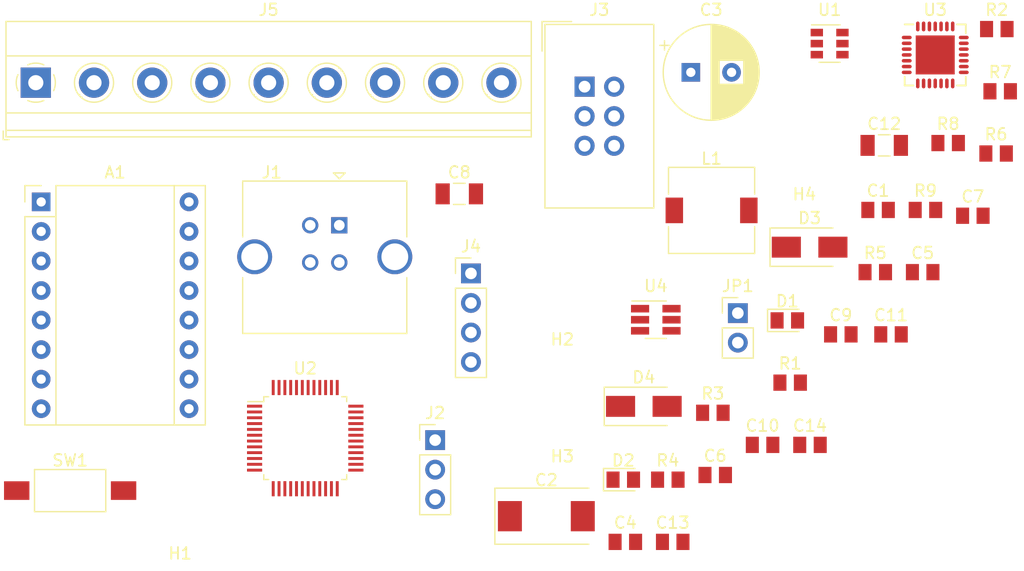
<source format=kicad_pcb>
(kicad_pcb (version 20171130) (host pcbnew 5.0.0-rc2-dev-unknown-0f0d9af~63~ubuntu16.04.1)

  (general
    (thickness 1.6)
    (drawings 0)
    (tracks 0)
    (zones 0)
    (modules 44)
    (nets 82)
  )

  (page A4)
  (layers
    (0 F.Cu signal)
    (31 B.Cu signal)
    (32 B.Adhes user)
    (33 F.Adhes user)
    (34 B.Paste user)
    (35 F.Paste user)
    (36 B.SilkS user)
    (37 F.SilkS user)
    (38 B.Mask user)
    (39 F.Mask user)
    (40 Dwgs.User user)
    (41 Cmts.User user)
    (42 Eco1.User user)
    (43 Eco2.User user)
    (44 Edge.Cuts user)
    (45 Margin user)
    (46 B.CrtYd user)
    (47 F.CrtYd user)
    (48 B.Fab user)
    (49 F.Fab user)
  )

  (setup
    (last_trace_width 0.25)
    (trace_clearance 0.2)
    (zone_clearance 0.508)
    (zone_45_only no)
    (trace_min 0.2)
    (segment_width 0.2)
    (edge_width 0.15)
    (via_size 0.8)
    (via_drill 0.4)
    (via_min_size 0.4)
    (via_min_drill 0.3)
    (uvia_size 0.3)
    (uvia_drill 0.1)
    (uvias_allowed no)
    (uvia_min_size 0.2)
    (uvia_min_drill 0.1)
    (pcb_text_width 0.3)
    (pcb_text_size 1.5 1.5)
    (mod_edge_width 0.15)
    (mod_text_size 1 1)
    (mod_text_width 0.15)
    (pad_size 1.524 1.524)
    (pad_drill 0.762)
    (pad_to_mask_clearance 0.2)
    (aux_axis_origin 0 0)
    (visible_elements FFFFFF7F)
    (pcbplotparams
      (layerselection 0x010fc_ffffffff)
      (usegerberextensions false)
      (usegerberattributes false)
      (usegerberadvancedattributes false)
      (creategerberjobfile false)
      (excludeedgelayer true)
      (linewidth 0.100000)
      (plotframeref false)
      (viasonmask false)
      (mode 1)
      (useauxorigin false)
      (hpglpennumber 1)
      (hpglpenspeed 20)
      (hpglpendiameter 15)
      (psnegative false)
      (psa4output false)
      (plotreference true)
      (plotvalue true)
      (plotinvisibletext false)
      (padsonsilk false)
      (subtractmaskfromsilk false)
      (outputformat 1)
      (mirror false)
      (drillshape 1)
      (scaleselection 1)
      (outputdirectory ""))
  )

  (net 0 "")
  (net 1 +12V)
  (net 2 GND)
  (net 3 /END_STOP1)
  (net 4 /END_STOP2)
  (net 5 /A1)
  (net 6 /A2)
  (net 7 /B1)
  (net 8 /B2)
  (net 9 "Net-(D1-Pad1)")
  (net 10 /~RST)
  (net 11 +3V3)
  (net 12 "Net-(R5-Pad2)")
  (net 13 "Net-(C10-Pad1)")
  (net 14 "Net-(C13-Pad1)")
  (net 15 "Net-(R8-Pad2)")
  (net 16 "Net-(D2-Pad1)")
  (net 17 "Net-(JP1-Pad2)")
  (net 18 "Net-(C5-Pad1)")
  (net 19 "Net-(C5-Pad2)")
  (net 20 "Net-(J1-Pad3)")
  (net 21 "Net-(J1-Pad2)")
  (net 22 "Net-(U1-Pad4)")
  (net 23 "Net-(U1-Pad6)")
  (net 24 "Net-(C1-Pad1)")
  (net 25 "Net-(U2-Pad2)")
  (net 26 "Net-(U2-Pad3)")
  (net 27 "Net-(U2-Pad4)")
  (net 28 "Net-(U2-Pad5)")
  (net 29 "Net-(U2-Pad6)")
  (net 30 "Net-(U2-Pad10)")
  (net 31 "Net-(U2-Pad11)")
  (net 32 /UART_DEBUG_TX)
  (net 33 /UART_DEBUG_RX)
  (net 34 "Net-(U2-Pad14)")
  (net 35 "Net-(U2-Pad17)")
  (net 36 "Net-(U2-Pad18)")
  (net 37 "Net-(U2-Pad19)")
  (net 38 "Net-(U2-Pad20)")
  (net 39 /UART_PANEL_RX)
  (net 40 /UART_PANEL_TX)
  (net 41 "Net-(U2-Pad25)")
  (net 42 "Net-(U2-Pad26)")
  (net 43 /LED1)
  (net 44 /LED2)
  (net 45 "Net-(U2-Pad29)")
  (net 46 /UART_USB_TX)
  (net 47 /UART_USB_RX)
  (net 48 "Net-(U2-Pad32)")
  (net 49 "Net-(U2-Pad33)")
  (net 50 /SWD_IO)
  (net 51 /SWD_CLK)
  (net 52 /MS2)
  (net 53 /MS1)
  (net 54 /MS0)
  (net 55 /~ENA)
  (net 56 /DIR)
  (net 57 /STEP)
  (net 58 "Net-(U2-Pad45)")
  (net 59 "Net-(U2-Pad46)")
  (net 60 "Net-(U3-Pad1)")
  (net 61 "Net-(U3-Pad2)")
  (net 62 "Net-(U3-Pad7)")
  (net 63 "Net-(U3-Pad10)")
  (net 64 "Net-(U3-Pad11)")
  (net 65 "Net-(U3-Pad12)")
  (net 66 "Net-(U3-Pad13)")
  (net 67 "Net-(U3-Pad14)")
  (net 68 "Net-(U3-Pad15)")
  (net 69 "Net-(U3-Pad16)")
  (net 70 "Net-(U3-Pad17)")
  (net 71 "Net-(U3-Pad18)")
  (net 72 "Net-(U3-Pad19)")
  (net 73 "Net-(U3-Pad20)")
  (net 74 "Net-(U3-Pad21)")
  (net 75 "Net-(U3-Pad22)")
  (net 76 "Net-(U3-Pad23)")
  (net 77 "Net-(U3-Pad24)")
  (net 78 "Net-(U3-Pad27)")
  (net 79 "Net-(U3-Pad28)")
  (net 80 "Net-(A1-Pad2)")
  (net 81 "Net-(A1-Pad13)")

  (net_class Default "Toto je výchozí třída sítě."
    (clearance 0.2)
    (trace_width 0.25)
    (via_dia 0.8)
    (via_drill 0.4)
    (uvia_dia 0.3)
    (uvia_drill 0.1)
    (add_net +12V)
    (add_net +3V3)
    (add_net /A1)
    (add_net /A2)
    (add_net /B1)
    (add_net /B2)
    (add_net /DIR)
    (add_net /END_STOP1)
    (add_net /END_STOP2)
    (add_net /LED1)
    (add_net /LED2)
    (add_net /MS0)
    (add_net /MS1)
    (add_net /MS2)
    (add_net /STEP)
    (add_net /SWD_CLK)
    (add_net /SWD_IO)
    (add_net /UART_DEBUG_RX)
    (add_net /UART_DEBUG_TX)
    (add_net /UART_PANEL_RX)
    (add_net /UART_PANEL_TX)
    (add_net /UART_USB_RX)
    (add_net /UART_USB_TX)
    (add_net /~ENA)
    (add_net /~RST)
    (add_net GND)
    (add_net "Net-(A1-Pad13)")
    (add_net "Net-(A1-Pad2)")
    (add_net "Net-(C1-Pad1)")
    (add_net "Net-(C10-Pad1)")
    (add_net "Net-(C13-Pad1)")
    (add_net "Net-(C5-Pad1)")
    (add_net "Net-(C5-Pad2)")
    (add_net "Net-(D1-Pad1)")
    (add_net "Net-(D2-Pad1)")
    (add_net "Net-(J1-Pad2)")
    (add_net "Net-(J1-Pad3)")
    (add_net "Net-(JP1-Pad2)")
    (add_net "Net-(R5-Pad2)")
    (add_net "Net-(R8-Pad2)")
    (add_net "Net-(U1-Pad4)")
    (add_net "Net-(U1-Pad6)")
    (add_net "Net-(U2-Pad10)")
    (add_net "Net-(U2-Pad11)")
    (add_net "Net-(U2-Pad14)")
    (add_net "Net-(U2-Pad17)")
    (add_net "Net-(U2-Pad18)")
    (add_net "Net-(U2-Pad19)")
    (add_net "Net-(U2-Pad2)")
    (add_net "Net-(U2-Pad20)")
    (add_net "Net-(U2-Pad25)")
    (add_net "Net-(U2-Pad26)")
    (add_net "Net-(U2-Pad29)")
    (add_net "Net-(U2-Pad3)")
    (add_net "Net-(U2-Pad32)")
    (add_net "Net-(U2-Pad33)")
    (add_net "Net-(U2-Pad4)")
    (add_net "Net-(U2-Pad45)")
    (add_net "Net-(U2-Pad46)")
    (add_net "Net-(U2-Pad5)")
    (add_net "Net-(U2-Pad6)")
    (add_net "Net-(U3-Pad1)")
    (add_net "Net-(U3-Pad10)")
    (add_net "Net-(U3-Pad11)")
    (add_net "Net-(U3-Pad12)")
    (add_net "Net-(U3-Pad13)")
    (add_net "Net-(U3-Pad14)")
    (add_net "Net-(U3-Pad15)")
    (add_net "Net-(U3-Pad16)")
    (add_net "Net-(U3-Pad17)")
    (add_net "Net-(U3-Pad18)")
    (add_net "Net-(U3-Pad19)")
    (add_net "Net-(U3-Pad2)")
    (add_net "Net-(U3-Pad20)")
    (add_net "Net-(U3-Pad21)")
    (add_net "Net-(U3-Pad22)")
    (add_net "Net-(U3-Pad23)")
    (add_net "Net-(U3-Pad24)")
    (add_net "Net-(U3-Pad27)")
    (add_net "Net-(U3-Pad28)")
    (add_net "Net-(U3-Pad7)")
  )

  (module Button_Switch_SMD:SW_SPST_FSMSM (layer F.Cu) (tedit 5A02FC95) (tstamp 5B182A80)
    (at 109.175001 105.2875)
    (descr http://www.te.com/commerce/DocumentDelivery/DDEController?Action=srchrtrv&DocNm=1437566-3&DocType=Customer+Drawing&DocLang=English)
    (tags "SPST button tactile switch")
    (path /5AEC80E4)
    (attr smd)
    (fp_text reference SW1 (at 0 -2.6) (layer F.SilkS)
      (effects (font (size 1 1) (thickness 0.15)))
    )
    (fp_text value SW_Push (at 0 3) (layer F.Fab)
      (effects (font (size 1 1) (thickness 0.15)))
    )
    (fp_text user %R (at 0 -2.6) (layer F.Fab)
      (effects (font (size 1 1) (thickness 0.15)))
    )
    (fp_line (start -1.75 -1) (end 1.75 -1) (layer F.Fab) (width 0.1))
    (fp_line (start 1.75 -1) (end 1.75 1) (layer F.Fab) (width 0.1))
    (fp_line (start 1.75 1) (end -1.75 1) (layer F.Fab) (width 0.1))
    (fp_line (start -1.75 1) (end -1.75 -1) (layer F.Fab) (width 0.1))
    (fp_line (start -3.06 -1.81) (end 3.06 -1.81) (layer F.SilkS) (width 0.12))
    (fp_line (start 3.06 -1.81) (end 3.06 1.81) (layer F.SilkS) (width 0.12))
    (fp_line (start 3.06 1.81) (end -3.06 1.81) (layer F.SilkS) (width 0.12))
    (fp_line (start -3.06 1.81) (end -3.06 -1.81) (layer F.SilkS) (width 0.12))
    (fp_line (start -1.5 0.8) (end 1.5 0.8) (layer F.Fab) (width 0.1))
    (fp_line (start -1.5 -0.8) (end 1.5 -0.8) (layer F.Fab) (width 0.1))
    (fp_line (start 1.5 -0.8) (end 1.5 0.8) (layer F.Fab) (width 0.1))
    (fp_line (start -1.5 -0.8) (end -1.5 0.8) (layer F.Fab) (width 0.1))
    (fp_line (start -5.95 2) (end 5.95 2) (layer F.CrtYd) (width 0.05))
    (fp_line (start 5.95 -2) (end 5.95 2) (layer F.CrtYd) (width 0.05))
    (fp_line (start -3 1.75) (end 3 1.75) (layer F.Fab) (width 0.1))
    (fp_line (start -3 -1.75) (end 3 -1.75) (layer F.Fab) (width 0.1))
    (fp_line (start -3 -1.75) (end -3 1.75) (layer F.Fab) (width 0.1))
    (fp_line (start 3 -1.75) (end 3 1.75) (layer F.Fab) (width 0.1))
    (fp_line (start -5.95 -2) (end -5.95 2) (layer F.CrtYd) (width 0.05))
    (fp_line (start -5.95 -2) (end 5.95 -2) (layer F.CrtYd) (width 0.05))
    (pad 1 smd rect (at -4.59 0) (size 2.18 1.6) (layers F.Cu F.Paste F.Mask)
      (net 2 GND))
    (pad 2 smd rect (at 4.59 0) (size 2.18 1.6) (layers F.Cu F.Paste F.Mask)
      (net 10 /~RST))
    (model ${KISYS3DMOD}/Button_Switch_SMD.3dshapes/SW_SPST_FSMSM.wrl
      (at (xyz 0 0 0))
      (scale (xyz 1 1 1))
      (rotate (xyz 0 0 0))
    )
  )

  (module Capacitor_SMD:C_0805_2012Metric (layer F.Cu) (tedit 5AC5DB74) (tstamp 5B182A65)
    (at 156.865952 109.6975)
    (descr "Capacitor SMD 0805 (2012 Metric), square (rectangular) end terminal, IPC_7351 nominal, (Body size source: http://www.tortai-tech.com/upload/download/2011102023233369053.pdf), generated with kicad-footprint-generator")
    (tags capacitor)
    (path /5AEA7B57)
    (attr smd)
    (fp_text reference C4 (at 0 -1.65) (layer F.SilkS)
      (effects (font (size 1 1) (thickness 0.15)))
    )
    (fp_text value 100n (at 0 1.65) (layer F.Fab)
      (effects (font (size 1 1) (thickness 0.15)))
    )
    (fp_text user %R (at 0 0) (layer F.Fab)
      (effects (font (size 0.5 0.5) (thickness 0.08)))
    )
    (fp_line (start 1.69 0.95) (end -1.69 0.95) (layer F.CrtYd) (width 0.05))
    (fp_line (start 1.69 -0.95) (end 1.69 0.95) (layer F.CrtYd) (width 0.05))
    (fp_line (start -1.69 -0.95) (end 1.69 -0.95) (layer F.CrtYd) (width 0.05))
    (fp_line (start -1.69 0.95) (end -1.69 -0.95) (layer F.CrtYd) (width 0.05))
    (fp_line (start 1 0.6) (end -1 0.6) (layer F.Fab) (width 0.1))
    (fp_line (start 1 -0.6) (end 1 0.6) (layer F.Fab) (width 0.1))
    (fp_line (start -1 -0.6) (end 1 -0.6) (layer F.Fab) (width 0.1))
    (fp_line (start -1 0.6) (end -1 -0.6) (layer F.Fab) (width 0.1))
    (pad 2 smd rect (at 0.88 0) (size 1.12 1.4) (layers F.Cu F.Paste F.Mask)
      (net 2 GND))
    (pad 1 smd rect (at -0.88 0) (size 1.12 1.4) (layers F.Cu F.Paste F.Mask)
      (net 11 +3V3))
    (model ${KISYS3DMOD}/Capacitor_SMD.3dshapes/C_0805_2012Metric.wrl
      (at (xyz 0 0 0))
      (scale (xyz 1 1 1))
      (rotate (xyz 0 0 0))
    )
  )

  (module Capacitor_SMD:C_0805_2012Metric (layer F.Cu) (tedit 5AC5DB74) (tstamp 5B182A56)
    (at 182.405952 86.5075)
    (descr "Capacitor SMD 0805 (2012 Metric), square (rectangular) end terminal, IPC_7351 nominal, (Body size source: http://www.tortai-tech.com/upload/download/2011102023233369053.pdf), generated with kicad-footprint-generator")
    (tags capacitor)
    (path /5AEFD06E)
    (attr smd)
    (fp_text reference C5 (at 0 -1.65) (layer F.SilkS)
      (effects (font (size 1 1) (thickness 0.15)))
    )
    (fp_text value 100n (at 0 1.65) (layer F.Fab)
      (effects (font (size 1 1) (thickness 0.15)))
    )
    (fp_line (start -1 0.6) (end -1 -0.6) (layer F.Fab) (width 0.1))
    (fp_line (start -1 -0.6) (end 1 -0.6) (layer F.Fab) (width 0.1))
    (fp_line (start 1 -0.6) (end 1 0.6) (layer F.Fab) (width 0.1))
    (fp_line (start 1 0.6) (end -1 0.6) (layer F.Fab) (width 0.1))
    (fp_line (start -1.69 0.95) (end -1.69 -0.95) (layer F.CrtYd) (width 0.05))
    (fp_line (start -1.69 -0.95) (end 1.69 -0.95) (layer F.CrtYd) (width 0.05))
    (fp_line (start 1.69 -0.95) (end 1.69 0.95) (layer F.CrtYd) (width 0.05))
    (fp_line (start 1.69 0.95) (end -1.69 0.95) (layer F.CrtYd) (width 0.05))
    (fp_text user %R (at 0 0) (layer F.Fab)
      (effects (font (size 0.5 0.5) (thickness 0.08)))
    )
    (pad 1 smd rect (at -0.88 0) (size 1.12 1.4) (layers F.Cu F.Paste F.Mask)
      (net 18 "Net-(C5-Pad1)"))
    (pad 2 smd rect (at 0.88 0) (size 1.12 1.4) (layers F.Cu F.Paste F.Mask)
      (net 19 "Net-(C5-Pad2)"))
    (model ${KISYS3DMOD}/Capacitor_SMD.3dshapes/C_0805_2012Metric.wrl
      (at (xyz 0 0 0))
      (scale (xyz 1 1 1))
      (rotate (xyz 0 0 0))
    )
  )

  (module Capacitor_SMD:C_0805_2012Metric (layer F.Cu) (tedit 5AC5DB74) (tstamp 5B182A47)
    (at 164.585952 103.9475)
    (descr "Capacitor SMD 0805 (2012 Metric), square (rectangular) end terminal, IPC_7351 nominal, (Body size source: http://www.tortai-tech.com/upload/download/2011102023233369053.pdf), generated with kicad-footprint-generator")
    (tags capacitor)
    (path /5AEA7601)
    (attr smd)
    (fp_text reference C6 (at 0 -1.65) (layer F.SilkS)
      (effects (font (size 1 1) (thickness 0.15)))
    )
    (fp_text value 100n (at 0 1.65) (layer F.Fab)
      (effects (font (size 1 1) (thickness 0.15)))
    )
    (fp_text user %R (at 0 0) (layer F.Fab)
      (effects (font (size 0.5 0.5) (thickness 0.08)))
    )
    (fp_line (start 1.69 0.95) (end -1.69 0.95) (layer F.CrtYd) (width 0.05))
    (fp_line (start 1.69 -0.95) (end 1.69 0.95) (layer F.CrtYd) (width 0.05))
    (fp_line (start -1.69 -0.95) (end 1.69 -0.95) (layer F.CrtYd) (width 0.05))
    (fp_line (start -1.69 0.95) (end -1.69 -0.95) (layer F.CrtYd) (width 0.05))
    (fp_line (start 1 0.6) (end -1 0.6) (layer F.Fab) (width 0.1))
    (fp_line (start 1 -0.6) (end 1 0.6) (layer F.Fab) (width 0.1))
    (fp_line (start -1 -0.6) (end 1 -0.6) (layer F.Fab) (width 0.1))
    (fp_line (start -1 0.6) (end -1 -0.6) (layer F.Fab) (width 0.1))
    (pad 2 smd rect (at 0.88 0) (size 1.12 1.4) (layers F.Cu F.Paste F.Mask)
      (net 2 GND))
    (pad 1 smd rect (at -0.88 0) (size 1.12 1.4) (layers F.Cu F.Paste F.Mask)
      (net 11 +3V3))
    (model ${KISYS3DMOD}/Capacitor_SMD.3dshapes/C_0805_2012Metric.wrl
      (at (xyz 0 0 0))
      (scale (xyz 1 1 1))
      (rotate (xyz 0 0 0))
    )
  )

  (module Capacitor_SMD:C_0805_2012Metric (layer F.Cu) (tedit 5AC5DB74) (tstamp 5B182A38)
    (at 186.715952 81.6575)
    (descr "Capacitor SMD 0805 (2012 Metric), square (rectangular) end terminal, IPC_7351 nominal, (Body size source: http://www.tortai-tech.com/upload/download/2011102023233369053.pdf), generated with kicad-footprint-generator")
    (tags capacitor)
    (path /5AEA777F)
    (attr smd)
    (fp_text reference C7 (at 0 -1.65) (layer F.SilkS)
      (effects (font (size 1 1) (thickness 0.15)))
    )
    (fp_text value 100n (at 0 1.65) (layer F.Fab)
      (effects (font (size 1 1) (thickness 0.15)))
    )
    (fp_line (start -1 0.6) (end -1 -0.6) (layer F.Fab) (width 0.1))
    (fp_line (start -1 -0.6) (end 1 -0.6) (layer F.Fab) (width 0.1))
    (fp_line (start 1 -0.6) (end 1 0.6) (layer F.Fab) (width 0.1))
    (fp_line (start 1 0.6) (end -1 0.6) (layer F.Fab) (width 0.1))
    (fp_line (start -1.69 0.95) (end -1.69 -0.95) (layer F.CrtYd) (width 0.05))
    (fp_line (start -1.69 -0.95) (end 1.69 -0.95) (layer F.CrtYd) (width 0.05))
    (fp_line (start 1.69 -0.95) (end 1.69 0.95) (layer F.CrtYd) (width 0.05))
    (fp_line (start 1.69 0.95) (end -1.69 0.95) (layer F.CrtYd) (width 0.05))
    (fp_text user %R (at 0 0) (layer F.Fab)
      (effects (font (size 0.5 0.5) (thickness 0.08)))
    )
    (pad 1 smd rect (at -0.88 0) (size 1.12 1.4) (layers F.Cu F.Paste F.Mask)
      (net 11 +3V3))
    (pad 2 smd rect (at 0.88 0) (size 1.12 1.4) (layers F.Cu F.Paste F.Mask)
      (net 2 GND))
    (model ${KISYS3DMOD}/Capacitor_SMD.3dshapes/C_0805_2012Metric.wrl
      (at (xyz 0 0 0))
      (scale (xyz 1 1 1))
      (rotate (xyz 0 0 0))
    )
  )

  (module Capacitor_SMD:C_0805_2012Metric (layer F.Cu) (tedit 5AC5DB74) (tstamp 5B182A29)
    (at 175.375952 91.8575)
    (descr "Capacitor SMD 0805 (2012 Metric), square (rectangular) end terminal, IPC_7351 nominal, (Body size source: http://www.tortai-tech.com/upload/download/2011102023233369053.pdf), generated with kicad-footprint-generator")
    (tags capacitor)
    (path /5AEA7AF4)
    (attr smd)
    (fp_text reference C9 (at 0 -1.65) (layer F.SilkS)
      (effects (font (size 1 1) (thickness 0.15)))
    )
    (fp_text value 100n (at 0 1.65) (layer F.Fab)
      (effects (font (size 1 1) (thickness 0.15)))
    )
    (fp_text user %R (at 0 0) (layer F.Fab)
      (effects (font (size 0.5 0.5) (thickness 0.08)))
    )
    (fp_line (start 1.69 0.95) (end -1.69 0.95) (layer F.CrtYd) (width 0.05))
    (fp_line (start 1.69 -0.95) (end 1.69 0.95) (layer F.CrtYd) (width 0.05))
    (fp_line (start -1.69 -0.95) (end 1.69 -0.95) (layer F.CrtYd) (width 0.05))
    (fp_line (start -1.69 0.95) (end -1.69 -0.95) (layer F.CrtYd) (width 0.05))
    (fp_line (start 1 0.6) (end -1 0.6) (layer F.Fab) (width 0.1))
    (fp_line (start 1 -0.6) (end 1 0.6) (layer F.Fab) (width 0.1))
    (fp_line (start -1 -0.6) (end 1 -0.6) (layer F.Fab) (width 0.1))
    (fp_line (start -1 0.6) (end -1 -0.6) (layer F.Fab) (width 0.1))
    (pad 2 smd rect (at 0.88 0) (size 1.12 1.4) (layers F.Cu F.Paste F.Mask)
      (net 2 GND))
    (pad 1 smd rect (at -0.88 0) (size 1.12 1.4) (layers F.Cu F.Paste F.Mask)
      (net 11 +3V3))
    (model ${KISYS3DMOD}/Capacitor_SMD.3dshapes/C_0805_2012Metric.wrl
      (at (xyz 0 0 0))
      (scale (xyz 1 1 1))
      (rotate (xyz 0 0 0))
    )
  )

  (module Capacitor_SMD:C_0805_2012Metric (layer F.Cu) (tedit 5AC5DB74) (tstamp 5B182A1A)
    (at 168.655001 101.3575)
    (descr "Capacitor SMD 0805 (2012 Metric), square (rectangular) end terminal, IPC_7351 nominal, (Body size source: http://www.tortai-tech.com/upload/download/2011102023233369053.pdf), generated with kicad-footprint-generator")
    (tags capacitor)
    (path /5B0BDE14)
    (attr smd)
    (fp_text reference C10 (at 0 -1.65) (layer F.SilkS)
      (effects (font (size 1 1) (thickness 0.15)))
    )
    (fp_text value 10n (at 0 1.65) (layer F.Fab)
      (effects (font (size 1 1) (thickness 0.15)))
    )
    (fp_line (start -1 0.6) (end -1 -0.6) (layer F.Fab) (width 0.1))
    (fp_line (start -1 -0.6) (end 1 -0.6) (layer F.Fab) (width 0.1))
    (fp_line (start 1 -0.6) (end 1 0.6) (layer F.Fab) (width 0.1))
    (fp_line (start 1 0.6) (end -1 0.6) (layer F.Fab) (width 0.1))
    (fp_line (start -1.69 0.95) (end -1.69 -0.95) (layer F.CrtYd) (width 0.05))
    (fp_line (start -1.69 -0.95) (end 1.69 -0.95) (layer F.CrtYd) (width 0.05))
    (fp_line (start 1.69 -0.95) (end 1.69 0.95) (layer F.CrtYd) (width 0.05))
    (fp_line (start 1.69 0.95) (end -1.69 0.95) (layer F.CrtYd) (width 0.05))
    (fp_text user %R (at 0 0) (layer F.Fab)
      (effects (font (size 0.5 0.5) (thickness 0.08)))
    )
    (pad 1 smd rect (at -0.88 0) (size 1.12 1.4) (layers F.Cu F.Paste F.Mask)
      (net 13 "Net-(C10-Pad1)"))
    (pad 2 smd rect (at 0.88 0) (size 1.12 1.4) (layers F.Cu F.Paste F.Mask)
      (net 2 GND))
    (model ${KISYS3DMOD}/Capacitor_SMD.3dshapes/C_0805_2012Metric.wrl
      (at (xyz 0 0 0))
      (scale (xyz 1 1 1))
      (rotate (xyz 0 0 0))
    )
  )

  (module Capacitor_SMD:C_0805_2012Metric (layer F.Cu) (tedit 5AC5DB74) (tstamp 5B182A0B)
    (at 179.685952 91.8575)
    (descr "Capacitor SMD 0805 (2012 Metric), square (rectangular) end terminal, IPC_7351 nominal, (Body size source: http://www.tortai-tech.com/upload/download/2011102023233369053.pdf), generated with kicad-footprint-generator")
    (tags capacitor)
    (path /5AEA7C8F)
    (attr smd)
    (fp_text reference C11 (at 0 -1.65) (layer F.SilkS)
      (effects (font (size 1 1) (thickness 0.15)))
    )
    (fp_text value 100n (at 0 1.65) (layer F.Fab)
      (effects (font (size 1 1) (thickness 0.15)))
    )
    (fp_text user %R (at 0 0) (layer F.Fab)
      (effects (font (size 0.5 0.5) (thickness 0.08)))
    )
    (fp_line (start 1.69 0.95) (end -1.69 0.95) (layer F.CrtYd) (width 0.05))
    (fp_line (start 1.69 -0.95) (end 1.69 0.95) (layer F.CrtYd) (width 0.05))
    (fp_line (start -1.69 -0.95) (end 1.69 -0.95) (layer F.CrtYd) (width 0.05))
    (fp_line (start -1.69 0.95) (end -1.69 -0.95) (layer F.CrtYd) (width 0.05))
    (fp_line (start 1 0.6) (end -1 0.6) (layer F.Fab) (width 0.1))
    (fp_line (start 1 -0.6) (end 1 0.6) (layer F.Fab) (width 0.1))
    (fp_line (start -1 -0.6) (end 1 -0.6) (layer F.Fab) (width 0.1))
    (fp_line (start -1 0.6) (end -1 -0.6) (layer F.Fab) (width 0.1))
    (pad 2 smd rect (at 0.88 0) (size 1.12 1.4) (layers F.Cu F.Paste F.Mask)
      (net 2 GND))
    (pad 1 smd rect (at -0.88 0) (size 1.12 1.4) (layers F.Cu F.Paste F.Mask)
      (net 11 +3V3))
    (model ${KISYS3DMOD}/Capacitor_SMD.3dshapes/C_0805_2012Metric.wrl
      (at (xyz 0 0 0))
      (scale (xyz 1 1 1))
      (rotate (xyz 0 0 0))
    )
  )

  (module Capacitor_SMD:C_0805_2012Metric (layer F.Cu) (tedit 5AC5DB74) (tstamp 5B1829FC)
    (at 160.935001 109.6975)
    (descr "Capacitor SMD 0805 (2012 Metric), square (rectangular) end terminal, IPC_7351 nominal, (Body size source: http://www.tortai-tech.com/upload/download/2011102023233369053.pdf), generated with kicad-footprint-generator")
    (tags capacitor)
    (path /5B0BDF76)
    (attr smd)
    (fp_text reference C13 (at 0 -1.65) (layer F.SilkS)
      (effects (font (size 1 1) (thickness 0.15)))
    )
    (fp_text value 10n (at 0 1.65) (layer F.Fab)
      (effects (font (size 1 1) (thickness 0.15)))
    )
    (fp_line (start -1 0.6) (end -1 -0.6) (layer F.Fab) (width 0.1))
    (fp_line (start -1 -0.6) (end 1 -0.6) (layer F.Fab) (width 0.1))
    (fp_line (start 1 -0.6) (end 1 0.6) (layer F.Fab) (width 0.1))
    (fp_line (start 1 0.6) (end -1 0.6) (layer F.Fab) (width 0.1))
    (fp_line (start -1.69 0.95) (end -1.69 -0.95) (layer F.CrtYd) (width 0.05))
    (fp_line (start -1.69 -0.95) (end 1.69 -0.95) (layer F.CrtYd) (width 0.05))
    (fp_line (start 1.69 -0.95) (end 1.69 0.95) (layer F.CrtYd) (width 0.05))
    (fp_line (start 1.69 0.95) (end -1.69 0.95) (layer F.CrtYd) (width 0.05))
    (fp_text user %R (at 0 0) (layer F.Fab)
      (effects (font (size 0.5 0.5) (thickness 0.08)))
    )
    (pad 1 smd rect (at -0.88 0) (size 1.12 1.4) (layers F.Cu F.Paste F.Mask)
      (net 14 "Net-(C13-Pad1)"))
    (pad 2 smd rect (at 0.88 0) (size 1.12 1.4) (layers F.Cu F.Paste F.Mask)
      (net 2 GND))
    (model ${KISYS3DMOD}/Capacitor_SMD.3dshapes/C_0805_2012Metric.wrl
      (at (xyz 0 0 0))
      (scale (xyz 1 1 1))
      (rotate (xyz 0 0 0))
    )
  )

  (module Capacitor_SMD:C_0805_2012Metric (layer F.Cu) (tedit 5AC5DB74) (tstamp 5B1829ED)
    (at 172.725952 101.3575)
    (descr "Capacitor SMD 0805 (2012 Metric), square (rectangular) end terminal, IPC_7351 nominal, (Body size source: http://www.tortai-tech.com/upload/download/2011102023233369053.pdf), generated with kicad-footprint-generator")
    (tags capacitor)
    (path /5AEB6A30)
    (attr smd)
    (fp_text reference C14 (at 0 -1.65) (layer F.SilkS)
      (effects (font (size 1 1) (thickness 0.15)))
    )
    (fp_text value 100n (at 0 1.65) (layer F.Fab)
      (effects (font (size 1 1) (thickness 0.15)))
    )
    (fp_text user %R (at 0 0) (layer F.Fab)
      (effects (font (size 0.5 0.5) (thickness 0.08)))
    )
    (fp_line (start 1.69 0.95) (end -1.69 0.95) (layer F.CrtYd) (width 0.05))
    (fp_line (start 1.69 -0.95) (end 1.69 0.95) (layer F.CrtYd) (width 0.05))
    (fp_line (start -1.69 -0.95) (end 1.69 -0.95) (layer F.CrtYd) (width 0.05))
    (fp_line (start -1.69 0.95) (end -1.69 -0.95) (layer F.CrtYd) (width 0.05))
    (fp_line (start 1 0.6) (end -1 0.6) (layer F.Fab) (width 0.1))
    (fp_line (start 1 -0.6) (end 1 0.6) (layer F.Fab) (width 0.1))
    (fp_line (start -1 -0.6) (end 1 -0.6) (layer F.Fab) (width 0.1))
    (fp_line (start -1 0.6) (end -1 -0.6) (layer F.Fab) (width 0.1))
    (pad 2 smd rect (at 0.88 0) (size 1.12 1.4) (layers F.Cu F.Paste F.Mask)
      (net 2 GND))
    (pad 1 smd rect (at -0.88 0) (size 1.12 1.4) (layers F.Cu F.Paste F.Mask)
      (net 11 +3V3))
    (model ${KISYS3DMOD}/Capacitor_SMD.3dshapes/C_0805_2012Metric.wrl
      (at (xyz 0 0 0))
      (scale (xyz 1 1 1))
      (rotate (xyz 0 0 0))
    )
  )

  (module Capacitor_SMD:C_0805_2012Metric (layer F.Cu) (tedit 5AC5DB74) (tstamp 5B1829DE)
    (at 178.575952 81.1575)
    (descr "Capacitor SMD 0805 (2012 Metric), square (rectangular) end terminal, IPC_7351 nominal, (Body size source: http://www.tortai-tech.com/upload/download/2011102023233369053.pdf), generated with kicad-footprint-generator")
    (tags capacitor)
    (path /5AEA7FCA)
    (attr smd)
    (fp_text reference C1 (at 0 -1.65) (layer F.SilkS)
      (effects (font (size 1 1) (thickness 0.15)))
    )
    (fp_text value 100n (at 0 1.65) (layer F.Fab)
      (effects (font (size 1 1) (thickness 0.15)))
    )
    (fp_line (start -1 0.6) (end -1 -0.6) (layer F.Fab) (width 0.1))
    (fp_line (start -1 -0.6) (end 1 -0.6) (layer F.Fab) (width 0.1))
    (fp_line (start 1 -0.6) (end 1 0.6) (layer F.Fab) (width 0.1))
    (fp_line (start 1 0.6) (end -1 0.6) (layer F.Fab) (width 0.1))
    (fp_line (start -1.69 0.95) (end -1.69 -0.95) (layer F.CrtYd) (width 0.05))
    (fp_line (start -1.69 -0.95) (end 1.69 -0.95) (layer F.CrtYd) (width 0.05))
    (fp_line (start 1.69 -0.95) (end 1.69 0.95) (layer F.CrtYd) (width 0.05))
    (fp_line (start 1.69 0.95) (end -1.69 0.95) (layer F.CrtYd) (width 0.05))
    (fp_text user %R (at 0 0) (layer F.Fab)
      (effects (font (size 0.5 0.5) (thickness 0.08)))
    )
    (pad 1 smd rect (at -0.88 0) (size 1.12 1.4) (layers F.Cu F.Paste F.Mask)
      (net 24 "Net-(C1-Pad1)"))
    (pad 2 smd rect (at 0.88 0) (size 1.12 1.4) (layers F.Cu F.Paste F.Mask)
      (net 2 GND))
    (model ${KISYS3DMOD}/Capacitor_SMD.3dshapes/C_0805_2012Metric.wrl
      (at (xyz 0 0 0))
      (scale (xyz 1 1 1))
      (rotate (xyz 0 0 0))
    )
  )

  (module Capacitor_SMD:C_1206_3216Metric (layer F.Cu) (tedit 5AC5DB74) (tstamp 5B1829CF)
    (at 142.604524 79.7775)
    (descr "Capacitor SMD 1206 (3216 Metric), square (rectangular) end terminal, IPC_7351 nominal, (Body size source: http://www.tortai-tech.com/upload/download/2011102023233369053.pdf), generated with kicad-footprint-generator")
    (tags capacitor)
    (path /5AEFD1DA)
    (attr smd)
    (fp_text reference C8 (at 0 -1.85) (layer F.SilkS)
      (effects (font (size 1 1) (thickness 0.15)))
    )
    (fp_text value 10u/10V (at 0 1.85) (layer F.Fab)
      (effects (font (size 1 1) (thickness 0.15)))
    )
    (fp_text user %R (at 0 0) (layer F.Fab)
      (effects (font (size 0.8 0.8) (thickness 0.12)))
    )
    (fp_line (start 2.29 1.15) (end -2.29 1.15) (layer F.CrtYd) (width 0.05))
    (fp_line (start 2.29 -1.15) (end 2.29 1.15) (layer F.CrtYd) (width 0.05))
    (fp_line (start -2.29 -1.15) (end 2.29 -1.15) (layer F.CrtYd) (width 0.05))
    (fp_line (start -2.29 1.15) (end -2.29 -1.15) (layer F.CrtYd) (width 0.05))
    (fp_line (start -0.5 0.91) (end 0.5 0.91) (layer F.SilkS) (width 0.12))
    (fp_line (start -0.5 -0.91) (end 0.5 -0.91) (layer F.SilkS) (width 0.12))
    (fp_line (start 1.6 0.8) (end -1.6 0.8) (layer F.Fab) (width 0.1))
    (fp_line (start 1.6 -0.8) (end 1.6 0.8) (layer F.Fab) (width 0.1))
    (fp_line (start -1.6 -0.8) (end 1.6 -0.8) (layer F.Fab) (width 0.1))
    (fp_line (start -1.6 0.8) (end -1.6 -0.8) (layer F.Fab) (width 0.1))
    (pad 2 smd rect (at 1.43 0) (size 1.22 1.8) (layers F.Cu F.Paste F.Mask)
      (net 2 GND))
    (pad 1 smd rect (at -1.43 0) (size 1.22 1.8) (layers F.Cu F.Paste F.Mask)
      (net 11 +3V3))
    (model ${KISYS3DMOD}/Capacitor_SMD.3dshapes/C_1206_3216Metric.wrl
      (at (xyz 0 0 0))
      (scale (xyz 1 1 1))
      (rotate (xyz 0 0 0))
    )
  )

  (module Capacitor_SMD:C_1206_3216Metric (layer F.Cu) (tedit 5AC5DB74) (tstamp 5B1829BE)
    (at 179.104524 75.6075)
    (descr "Capacitor SMD 1206 (3216 Metric), square (rectangular) end terminal, IPC_7351 nominal, (Body size source: http://www.tortai-tech.com/upload/download/2011102023233369053.pdf), generated with kicad-footprint-generator")
    (tags capacitor)
    (path /5AEFD248)
    (attr smd)
    (fp_text reference C12 (at 0 -1.85) (layer F.SilkS)
      (effects (font (size 1 1) (thickness 0.15)))
    )
    (fp_text value 10u/10V (at 0 1.85) (layer F.Fab)
      (effects (font (size 1 1) (thickness 0.15)))
    )
    (fp_line (start -1.6 0.8) (end -1.6 -0.8) (layer F.Fab) (width 0.1))
    (fp_line (start -1.6 -0.8) (end 1.6 -0.8) (layer F.Fab) (width 0.1))
    (fp_line (start 1.6 -0.8) (end 1.6 0.8) (layer F.Fab) (width 0.1))
    (fp_line (start 1.6 0.8) (end -1.6 0.8) (layer F.Fab) (width 0.1))
    (fp_line (start -0.5 -0.91) (end 0.5 -0.91) (layer F.SilkS) (width 0.12))
    (fp_line (start -0.5 0.91) (end 0.5 0.91) (layer F.SilkS) (width 0.12))
    (fp_line (start -2.29 1.15) (end -2.29 -1.15) (layer F.CrtYd) (width 0.05))
    (fp_line (start -2.29 -1.15) (end 2.29 -1.15) (layer F.CrtYd) (width 0.05))
    (fp_line (start 2.29 -1.15) (end 2.29 1.15) (layer F.CrtYd) (width 0.05))
    (fp_line (start 2.29 1.15) (end -2.29 1.15) (layer F.CrtYd) (width 0.05))
    (fp_text user %R (at 0 0) (layer F.Fab)
      (effects (font (size 0.8 0.8) (thickness 0.12)))
    )
    (pad 1 smd rect (at -1.43 0) (size 1.22 1.8) (layers F.Cu F.Paste F.Mask)
      (net 11 +3V3))
    (pad 2 smd rect (at 1.43 0) (size 1.22 1.8) (layers F.Cu F.Paste F.Mask)
      (net 2 GND))
    (model ${KISYS3DMOD}/Capacitor_SMD.3dshapes/C_1206_3216Metric.wrl
      (at (xyz 0 0 0))
      (scale (xyz 1 1 1))
      (rotate (xyz 0 0 0))
    )
  )

  (module Capacitor_THT:CP_Radial_D8.0mm_P3.50mm (layer F.Cu) (tedit 5A533290) (tstamp 5B1829AD)
    (at 162.489699 69.3275)
    (descr "CP, Radial series, Radial, pin pitch=3.50mm, , diameter=8mm, Electrolytic Capacitor")
    (tags "CP Radial series Radial pin pitch 3.50mm  diameter 8mm Electrolytic Capacitor")
    (path /5AFC90F0)
    (fp_text reference C3 (at 1.75 -5.37) (layer F.SilkS)
      (effects (font (size 1 1) (thickness 0.15)))
    )
    (fp_text value 100u/50V (at 1.75 5.37) (layer F.Fab)
      (effects (font (size 1 1) (thickness 0.15)))
    )
    (fp_circle (center 1.75 0) (end 5.75 0) (layer F.Fab) (width 0.1))
    (fp_circle (center 1.75 0) (end 5.87 0) (layer F.SilkS) (width 0.12))
    (fp_circle (center 1.75 0) (end 6 0) (layer F.CrtYd) (width 0.05))
    (fp_line (start -1.676759 -1.7475) (end -0.876759 -1.7475) (layer F.Fab) (width 0.1))
    (fp_line (start -1.276759 -2.1475) (end -1.276759 -1.3475) (layer F.Fab) (width 0.1))
    (fp_line (start 1.75 -4.08) (end 1.75 4.08) (layer F.SilkS) (width 0.12))
    (fp_line (start 1.79 -4.08) (end 1.79 4.08) (layer F.SilkS) (width 0.12))
    (fp_line (start 1.83 -4.08) (end 1.83 4.08) (layer F.SilkS) (width 0.12))
    (fp_line (start 1.87 -4.079) (end 1.87 4.079) (layer F.SilkS) (width 0.12))
    (fp_line (start 1.91 -4.077) (end 1.91 4.077) (layer F.SilkS) (width 0.12))
    (fp_line (start 1.95 -4.076) (end 1.95 4.076) (layer F.SilkS) (width 0.12))
    (fp_line (start 1.99 -4.074) (end 1.99 4.074) (layer F.SilkS) (width 0.12))
    (fp_line (start 2.03 -4.071) (end 2.03 4.071) (layer F.SilkS) (width 0.12))
    (fp_line (start 2.07 -4.068) (end 2.07 4.068) (layer F.SilkS) (width 0.12))
    (fp_line (start 2.11 -4.065) (end 2.11 4.065) (layer F.SilkS) (width 0.12))
    (fp_line (start 2.15 -4.061) (end 2.15 4.061) (layer F.SilkS) (width 0.12))
    (fp_line (start 2.19 -4.057) (end 2.19 4.057) (layer F.SilkS) (width 0.12))
    (fp_line (start 2.23 -4.052) (end 2.23 4.052) (layer F.SilkS) (width 0.12))
    (fp_line (start 2.27 -4.048) (end 2.27 4.048) (layer F.SilkS) (width 0.12))
    (fp_line (start 2.31 -4.042) (end 2.31 4.042) (layer F.SilkS) (width 0.12))
    (fp_line (start 2.35 -4.037) (end 2.35 4.037) (layer F.SilkS) (width 0.12))
    (fp_line (start 2.39 -4.03) (end 2.39 4.03) (layer F.SilkS) (width 0.12))
    (fp_line (start 2.43 -4.024) (end 2.43 4.024) (layer F.SilkS) (width 0.12))
    (fp_line (start 2.471 -4.017) (end 2.471 -1.04) (layer F.SilkS) (width 0.12))
    (fp_line (start 2.471 1.04) (end 2.471 4.017) (layer F.SilkS) (width 0.12))
    (fp_line (start 2.511 -4.01) (end 2.511 -1.04) (layer F.SilkS) (width 0.12))
    (fp_line (start 2.511 1.04) (end 2.511 4.01) (layer F.SilkS) (width 0.12))
    (fp_line (start 2.551 -4.002) (end 2.551 -1.04) (layer F.SilkS) (width 0.12))
    (fp_line (start 2.551 1.04) (end 2.551 4.002) (layer F.SilkS) (width 0.12))
    (fp_line (start 2.591 -3.994) (end 2.591 -1.04) (layer F.SilkS) (width 0.12))
    (fp_line (start 2.591 1.04) (end 2.591 3.994) (layer F.SilkS) (width 0.12))
    (fp_line (start 2.631 -3.985) (end 2.631 -1.04) (layer F.SilkS) (width 0.12))
    (fp_line (start 2.631 1.04) (end 2.631 3.985) (layer F.SilkS) (width 0.12))
    (fp_line (start 2.671 -3.976) (end 2.671 -1.04) (layer F.SilkS) (width 0.12))
    (fp_line (start 2.671 1.04) (end 2.671 3.976) (layer F.SilkS) (width 0.12))
    (fp_line (start 2.711 -3.967) (end 2.711 -1.04) (layer F.SilkS) (width 0.12))
    (fp_line (start 2.711 1.04) (end 2.711 3.967) (layer F.SilkS) (width 0.12))
    (fp_line (start 2.751 -3.957) (end 2.751 -1.04) (layer F.SilkS) (width 0.12))
    (fp_line (start 2.751 1.04) (end 2.751 3.957) (layer F.SilkS) (width 0.12))
    (fp_line (start 2.791 -3.947) (end 2.791 -1.04) (layer F.SilkS) (width 0.12))
    (fp_line (start 2.791 1.04) (end 2.791 3.947) (layer F.SilkS) (width 0.12))
    (fp_line (start 2.831 -3.936) (end 2.831 -1.04) (layer F.SilkS) (width 0.12))
    (fp_line (start 2.831 1.04) (end 2.831 3.936) (layer F.SilkS) (width 0.12))
    (fp_line (start 2.871 -3.925) (end 2.871 -1.04) (layer F.SilkS) (width 0.12))
    (fp_line (start 2.871 1.04) (end 2.871 3.925) (layer F.SilkS) (width 0.12))
    (fp_line (start 2.911 -3.914) (end 2.911 -1.04) (layer F.SilkS) (width 0.12))
    (fp_line (start 2.911 1.04) (end 2.911 3.914) (layer F.SilkS) (width 0.12))
    (fp_line (start 2.951 -3.902) (end 2.951 -1.04) (layer F.SilkS) (width 0.12))
    (fp_line (start 2.951 1.04) (end 2.951 3.902) (layer F.SilkS) (width 0.12))
    (fp_line (start 2.991 -3.889) (end 2.991 -1.04) (layer F.SilkS) (width 0.12))
    (fp_line (start 2.991 1.04) (end 2.991 3.889) (layer F.SilkS) (width 0.12))
    (fp_line (start 3.031 -3.877) (end 3.031 -1.04) (layer F.SilkS) (width 0.12))
    (fp_line (start 3.031 1.04) (end 3.031 3.877) (layer F.SilkS) (width 0.12))
    (fp_line (start 3.071 -3.863) (end 3.071 -1.04) (layer F.SilkS) (width 0.12))
    (fp_line (start 3.071 1.04) (end 3.071 3.863) (layer F.SilkS) (width 0.12))
    (fp_line (start 3.111 -3.85) (end 3.111 -1.04) (layer F.SilkS) (width 0.12))
    (fp_line (start 3.111 1.04) (end 3.111 3.85) (layer F.SilkS) (width 0.12))
    (fp_line (start 3.151 -3.835) (end 3.151 -1.04) (layer F.SilkS) (width 0.12))
    (fp_line (start 3.151 1.04) (end 3.151 3.835) (layer F.SilkS) (width 0.12))
    (fp_line (start 3.191 -3.821) (end 3.191 -1.04) (layer F.SilkS) (width 0.12))
    (fp_line (start 3.191 1.04) (end 3.191 3.821) (layer F.SilkS) (width 0.12))
    (fp_line (start 3.231 -3.805) (end 3.231 -1.04) (layer F.SilkS) (width 0.12))
    (fp_line (start 3.231 1.04) (end 3.231 3.805) (layer F.SilkS) (width 0.12))
    (fp_line (start 3.271 -3.79) (end 3.271 -1.04) (layer F.SilkS) (width 0.12))
    (fp_line (start 3.271 1.04) (end 3.271 3.79) (layer F.SilkS) (width 0.12))
    (fp_line (start 3.311 -3.774) (end 3.311 -1.04) (layer F.SilkS) (width 0.12))
    (fp_line (start 3.311 1.04) (end 3.311 3.774) (layer F.SilkS) (width 0.12))
    (fp_line (start 3.351 -3.757) (end 3.351 -1.04) (layer F.SilkS) (width 0.12))
    (fp_line (start 3.351 1.04) (end 3.351 3.757) (layer F.SilkS) (width 0.12))
    (fp_line (start 3.391 -3.74) (end 3.391 -1.04) (layer F.SilkS) (width 0.12))
    (fp_line (start 3.391 1.04) (end 3.391 3.74) (layer F.SilkS) (width 0.12))
    (fp_line (start 3.431 -3.722) (end 3.431 -1.04) (layer F.SilkS) (width 0.12))
    (fp_line (start 3.431 1.04) (end 3.431 3.722) (layer F.SilkS) (width 0.12))
    (fp_line (start 3.471 -3.704) (end 3.471 -1.04) (layer F.SilkS) (width 0.12))
    (fp_line (start 3.471 1.04) (end 3.471 3.704) (layer F.SilkS) (width 0.12))
    (fp_line (start 3.511 -3.686) (end 3.511 -1.04) (layer F.SilkS) (width 0.12))
    (fp_line (start 3.511 1.04) (end 3.511 3.686) (layer F.SilkS) (width 0.12))
    (fp_line (start 3.551 -3.666) (end 3.551 -1.04) (layer F.SilkS) (width 0.12))
    (fp_line (start 3.551 1.04) (end 3.551 3.666) (layer F.SilkS) (width 0.12))
    (fp_line (start 3.591 -3.647) (end 3.591 -1.04) (layer F.SilkS) (width 0.12))
    (fp_line (start 3.591 1.04) (end 3.591 3.647) (layer F.SilkS) (width 0.12))
    (fp_line (start 3.631 -3.627) (end 3.631 -1.04) (layer F.SilkS) (width 0.12))
    (fp_line (start 3.631 1.04) (end 3.631 3.627) (layer F.SilkS) (width 0.12))
    (fp_line (start 3.671 -3.606) (end 3.671 -1.04) (layer F.SilkS) (width 0.12))
    (fp_line (start 3.671 1.04) (end 3.671 3.606) (layer F.SilkS) (width 0.12))
    (fp_line (start 3.711 -3.584) (end 3.711 -1.04) (layer F.SilkS) (width 0.12))
    (fp_line (start 3.711 1.04) (end 3.711 3.584) (layer F.SilkS) (width 0.12))
    (fp_line (start 3.751 -3.562) (end 3.751 -1.04) (layer F.SilkS) (width 0.12))
    (fp_line (start 3.751 1.04) (end 3.751 3.562) (layer F.SilkS) (width 0.12))
    (fp_line (start 3.791 -3.54) (end 3.791 -1.04) (layer F.SilkS) (width 0.12))
    (fp_line (start 3.791 1.04) (end 3.791 3.54) (layer F.SilkS) (width 0.12))
    (fp_line (start 3.831 -3.517) (end 3.831 -1.04) (layer F.SilkS) (width 0.12))
    (fp_line (start 3.831 1.04) (end 3.831 3.517) (layer F.SilkS) (width 0.12))
    (fp_line (start 3.871 -3.493) (end 3.871 -1.04) (layer F.SilkS) (width 0.12))
    (fp_line (start 3.871 1.04) (end 3.871 3.493) (layer F.SilkS) (width 0.12))
    (fp_line (start 3.911 -3.469) (end 3.911 -1.04) (layer F.SilkS) (width 0.12))
    (fp_line (start 3.911 1.04) (end 3.911 3.469) (layer F.SilkS) (width 0.12))
    (fp_line (start 3.951 -3.444) (end 3.951 -1.04) (layer F.SilkS) (width 0.12))
    (fp_line (start 3.951 1.04) (end 3.951 3.444) (layer F.SilkS) (width 0.12))
    (fp_line (start 3.991 -3.418) (end 3.991 -1.04) (layer F.SilkS) (width 0.12))
    (fp_line (start 3.991 1.04) (end 3.991 3.418) (layer F.SilkS) (width 0.12))
    (fp_line (start 4.031 -3.392) (end 4.031 -1.04) (layer F.SilkS) (width 0.12))
    (fp_line (start 4.031 1.04) (end 4.031 3.392) (layer F.SilkS) (width 0.12))
    (fp_line (start 4.071 -3.365) (end 4.071 -1.04) (layer F.SilkS) (width 0.12))
    (fp_line (start 4.071 1.04) (end 4.071 3.365) (layer F.SilkS) (width 0.12))
    (fp_line (start 4.111 -3.338) (end 4.111 -1.04) (layer F.SilkS) (width 0.12))
    (fp_line (start 4.111 1.04) (end 4.111 3.338) (layer F.SilkS) (width 0.12))
    (fp_line (start 4.151 -3.309) (end 4.151 -1.04) (layer F.SilkS) (width 0.12))
    (fp_line (start 4.151 1.04) (end 4.151 3.309) (layer F.SilkS) (width 0.12))
    (fp_line (start 4.191 -3.28) (end 4.191 -1.04) (layer F.SilkS) (width 0.12))
    (fp_line (start 4.191 1.04) (end 4.191 3.28) (layer F.SilkS) (width 0.12))
    (fp_line (start 4.231 -3.25) (end 4.231 -1.04) (layer F.SilkS) (width 0.12))
    (fp_line (start 4.231 1.04) (end 4.231 3.25) (layer F.SilkS) (width 0.12))
    (fp_line (start 4.271 -3.22) (end 4.271 -1.04) (layer F.SilkS) (width 0.12))
    (fp_line (start 4.271 1.04) (end 4.271 3.22) (layer F.SilkS) (width 0.12))
    (fp_line (start 4.311 -3.189) (end 4.311 -1.04) (layer F.SilkS) (width 0.12))
    (fp_line (start 4.311 1.04) (end 4.311 3.189) (layer F.SilkS) (width 0.12))
    (fp_line (start 4.351 -3.156) (end 4.351 -1.04) (layer F.SilkS) (width 0.12))
    (fp_line (start 4.351 1.04) (end 4.351 3.156) (layer F.SilkS) (width 0.12))
    (fp_line (start 4.391 -3.124) (end 4.391 -1.04) (layer F.SilkS) (width 0.12))
    (fp_line (start 4.391 1.04) (end 4.391 3.124) (layer F.SilkS) (width 0.12))
    (fp_line (start 4.431 -3.09) (end 4.431 -1.04) (layer F.SilkS) (width 0.12))
    (fp_line (start 4.431 1.04) (end 4.431 3.09) (layer F.SilkS) (width 0.12))
    (fp_line (start 4.471 -3.055) (end 4.471 -1.04) (layer F.SilkS) (width 0.12))
    (fp_line (start 4.471 1.04) (end 4.471 3.055) (layer F.SilkS) (width 0.12))
    (fp_line (start 4.511 -3.019) (end 4.511 -1.04) (layer F.SilkS) (width 0.12))
    (fp_line (start 4.511 1.04) (end 4.511 3.019) (layer F.SilkS) (width 0.12))
    (fp_line (start 4.551 -2.983) (end 4.551 2.983) (layer F.SilkS) (width 0.12))
    (fp_line (start 4.591 -2.945) (end 4.591 2.945) (layer F.SilkS) (width 0.12))
    (fp_line (start 4.631 -2.907) (end 4.631 2.907) (layer F.SilkS) (width 0.12))
    (fp_line (start 4.671 -2.867) (end 4.671 2.867) (layer F.SilkS) (width 0.12))
    (fp_line (start 4.711 -2.826) (end 4.711 2.826) (layer F.SilkS) (width 0.12))
    (fp_line (start 4.751 -2.784) (end 4.751 2.784) (layer F.SilkS) (width 0.12))
    (fp_line (start 4.791 -2.741) (end 4.791 2.741) (layer F.SilkS) (width 0.12))
    (fp_line (start 4.831 -2.697) (end 4.831 2.697) (layer F.SilkS) (width 0.12))
    (fp_line (start 4.871 -2.651) (end 4.871 2.651) (layer F.SilkS) (width 0.12))
    (fp_line (start 4.911 -2.604) (end 4.911 2.604) (layer F.SilkS) (width 0.12))
    (fp_line (start 4.951 -2.556) (end 4.951 2.556) (layer F.SilkS) (width 0.12))
    (fp_line (start 4.991 -2.505) (end 4.991 2.505) (layer F.SilkS) (width 0.12))
    (fp_line (start 5.031 -2.454) (end 5.031 2.454) (layer F.SilkS) (width 0.12))
    (fp_line (start 5.071 -2.4) (end 5.071 2.4) (layer F.SilkS) (width 0.12))
    (fp_line (start 5.111 -2.345) (end 5.111 2.345) (layer F.SilkS) (width 0.12))
    (fp_line (start 5.151 -2.287) (end 5.151 2.287) (layer F.SilkS) (width 0.12))
    (fp_line (start 5.191 -2.228) (end 5.191 2.228) (layer F.SilkS) (width 0.12))
    (fp_line (start 5.231 -2.166) (end 5.231 2.166) (layer F.SilkS) (width 0.12))
    (fp_line (start 5.271 -2.102) (end 5.271 2.102) (layer F.SilkS) (width 0.12))
    (fp_line (start 5.311 -2.034) (end 5.311 2.034) (layer F.SilkS) (width 0.12))
    (fp_line (start 5.351 -1.964) (end 5.351 1.964) (layer F.SilkS) (width 0.12))
    (fp_line (start 5.391 -1.89) (end 5.391 1.89) (layer F.SilkS) (width 0.12))
    (fp_line (start 5.431 -1.813) (end 5.431 1.813) (layer F.SilkS) (width 0.12))
    (fp_line (start 5.471 -1.731) (end 5.471 1.731) (layer F.SilkS) (width 0.12))
    (fp_line (start 5.511 -1.645) (end 5.511 1.645) (layer F.SilkS) (width 0.12))
    (fp_line (start 5.551 -1.552) (end 5.551 1.552) (layer F.SilkS) (width 0.12))
    (fp_line (start 5.591 -1.453) (end 5.591 1.453) (layer F.SilkS) (width 0.12))
    (fp_line (start 5.631 -1.346) (end 5.631 1.346) (layer F.SilkS) (width 0.12))
    (fp_line (start 5.671 -1.229) (end 5.671 1.229) (layer F.SilkS) (width 0.12))
    (fp_line (start 5.711 -1.098) (end 5.711 1.098) (layer F.SilkS) (width 0.12))
    (fp_line (start 5.751 -0.948) (end 5.751 0.948) (layer F.SilkS) (width 0.12))
    (fp_line (start 5.791 -0.768) (end 5.791 0.768) (layer F.SilkS) (width 0.12))
    (fp_line (start 5.831 -0.533) (end 5.831 0.533) (layer F.SilkS) (width 0.12))
    (fp_line (start -2.659698 -2.315) (end -1.859698 -2.315) (layer F.SilkS) (width 0.12))
    (fp_line (start -2.259698 -2.715) (end -2.259698 -1.915) (layer F.SilkS) (width 0.12))
    (fp_text user %R (at 1.75 0) (layer F.Fab)
      (effects (font (size 1 1) (thickness 0.15)))
    )
    (pad 1 thru_hole rect (at 0 0) (size 1.6 1.6) (drill 0.8) (layers *.Cu *.Mask)
      (net 1 +12V))
    (pad 2 thru_hole circle (at 3.5 0) (size 1.6 1.6) (drill 0.8) (layers *.Cu *.Mask)
      (net 2 GND))
    (model ${KISYS3DMOD}/Capacitor_THT.3dshapes/CP_Radial_D8.0mm_P3.50mm.wrl
      (at (xyz 0 0 0))
      (scale (xyz 1 1 1))
      (rotate (xyz 0 0 0))
    )
  )

  (module Capacitor_Tantalum_SMD:CP_EIA-7343-31_Kemet-D (layer F.Cu) (tedit 5A1ED0F1) (tstamp 5B182904)
    (at 150.080001 107.4875)
    (descr "Tantalum Capacitor SMD Kemet-D (7343-31 Metric), IPC_7351 nominal, (Body size from: http://www.kemet.com/Lists/ProductCatalog/Attachments/253/KEM_TC101_STD.pdf), generated with kicad-footprint-generator")
    (tags "capacitor tantalum")
    (path /5AEFF8AD)
    (attr smd)
    (fp_text reference C2 (at 0 -3.1) (layer F.SilkS)
      (effects (font (size 1 1) (thickness 0.15)))
    )
    (fp_text value 22u/25V (at 0 3.1) (layer F.Fab)
      (effects (font (size 1 1) (thickness 0.15)))
    )
    (fp_line (start 3.65 -2.15) (end -2.65 -2.15) (layer F.Fab) (width 0.1))
    (fp_line (start -2.65 -2.15) (end -3.65 -1.15) (layer F.Fab) (width 0.1))
    (fp_line (start -3.65 -1.15) (end -3.65 2.15) (layer F.Fab) (width 0.1))
    (fp_line (start -3.65 2.15) (end 3.65 2.15) (layer F.Fab) (width 0.1))
    (fp_line (start 3.65 2.15) (end 3.65 -2.15) (layer F.Fab) (width 0.1))
    (fp_line (start 3.65 -2.41) (end -4.42 -2.41) (layer F.SilkS) (width 0.12))
    (fp_line (start -4.42 -2.41) (end -4.42 2.41) (layer F.SilkS) (width 0.12))
    (fp_line (start -4.42 2.41) (end 3.65 2.41) (layer F.SilkS) (width 0.12))
    (fp_line (start -4.41 2.4) (end -4.41 -2.4) (layer F.CrtYd) (width 0.05))
    (fp_line (start -4.41 -2.4) (end 4.41 -2.4) (layer F.CrtYd) (width 0.05))
    (fp_line (start 4.41 -2.4) (end 4.41 2.4) (layer F.CrtYd) (width 0.05))
    (fp_line (start 4.41 2.4) (end -4.41 2.4) (layer F.CrtYd) (width 0.05))
    (fp_text user %R (at 0 0) (layer F.Fab)
      (effects (font (size 1 1) (thickness 0.15)))
    )
    (pad 1 smd rect (at -3.13 0) (size 2.06 2.6) (layers F.Cu F.Paste F.Mask)
      (net 1 +12V))
    (pad 2 smd rect (at 3.13 0) (size 2.06 2.6) (layers F.Cu F.Paste F.Mask)
      (net 2 GND))
    (model ${KISYS3DMOD}/Capacitor_Tantalum_SMD.3dshapes/CP_EIA-7343-31_Kemet-D.wrl
      (at (xyz 0 0 0))
      (scale (xyz 1 1 1))
      (rotate (xyz 0 0 0))
    )
  )

  (module Connector_IDC:IDC-Header_2x03_P2.54mm_Vertical (layer F.Cu) (tedit 59DE0819) (tstamp 5B1828F1)
    (at 153.365001 70.5615)
    (descr "Through hole straight IDC box header, 2x03, 2.54mm pitch, double rows")
    (tags "Through hole IDC box header THT 2x03 2.54mm double row")
    (path /5B026CBD)
    (fp_text reference J3 (at 1.27 -6.604) (layer F.SilkS)
      (effects (font (size 1 1) (thickness 0.15)))
    )
    (fp_text value IDC_02X03 (at 1.27 11.684) (layer F.Fab)
      (effects (font (size 1 1) (thickness 0.15)))
    )
    (fp_text user %R (at 1.27 2.54) (layer F.Fab)
      (effects (font (size 1 1) (thickness 0.15)))
    )
    (fp_line (start 5.695 -5.1) (end 5.695 10.18) (layer F.Fab) (width 0.1))
    (fp_line (start 5.145 -4.56) (end 5.145 9.62) (layer F.Fab) (width 0.1))
    (fp_line (start -3.155 -5.1) (end -3.155 10.18) (layer F.Fab) (width 0.1))
    (fp_line (start -2.605 -4.56) (end -2.605 0.29) (layer F.Fab) (width 0.1))
    (fp_line (start -2.605 4.79) (end -2.605 9.62) (layer F.Fab) (width 0.1))
    (fp_line (start -2.605 0.29) (end -3.155 0.29) (layer F.Fab) (width 0.1))
    (fp_line (start -2.605 4.79) (end -3.155 4.79) (layer F.Fab) (width 0.1))
    (fp_line (start 5.695 -5.1) (end -3.155 -5.1) (layer F.Fab) (width 0.1))
    (fp_line (start 5.145 -4.56) (end -2.605 -4.56) (layer F.Fab) (width 0.1))
    (fp_line (start 5.695 10.18) (end -3.155 10.18) (layer F.Fab) (width 0.1))
    (fp_line (start 5.145 9.62) (end -2.605 9.62) (layer F.Fab) (width 0.1))
    (fp_line (start 5.695 -5.1) (end 5.145 -4.56) (layer F.Fab) (width 0.1))
    (fp_line (start 5.695 10.18) (end 5.145 9.62) (layer F.Fab) (width 0.1))
    (fp_line (start -3.155 -5.1) (end -2.605 -4.56) (layer F.Fab) (width 0.1))
    (fp_line (start -3.155 10.18) (end -2.605 9.62) (layer F.Fab) (width 0.1))
    (fp_line (start 5.95 -5.35) (end 5.95 10.43) (layer F.CrtYd) (width 0.05))
    (fp_line (start 5.95 10.43) (end -3.41 10.43) (layer F.CrtYd) (width 0.05))
    (fp_line (start -3.41 10.43) (end -3.41 -5.35) (layer F.CrtYd) (width 0.05))
    (fp_line (start -3.41 -5.35) (end 5.95 -5.35) (layer F.CrtYd) (width 0.05))
    (fp_line (start 5.945 -5.35) (end 5.945 10.43) (layer F.SilkS) (width 0.12))
    (fp_line (start 5.945 10.43) (end -3.405 10.43) (layer F.SilkS) (width 0.12))
    (fp_line (start -3.405 10.43) (end -3.405 -5.35) (layer F.SilkS) (width 0.12))
    (fp_line (start -3.405 -5.35) (end 5.945 -5.35) (layer F.SilkS) (width 0.12))
    (fp_line (start -3.655 -5.6) (end -3.655 -3.06) (layer F.SilkS) (width 0.12))
    (fp_line (start -3.655 -5.6) (end -1.115 -5.6) (layer F.SilkS) (width 0.12))
    (pad 1 thru_hole rect (at 0 0) (size 1.7272 1.7272) (drill 1.016) (layers *.Cu *.Mask)
      (net 11 +3V3))
    (pad 2 thru_hole oval (at 2.54 0) (size 1.7272 1.7272) (drill 1.016) (layers *.Cu *.Mask)
      (net 2 GND))
    (pad 3 thru_hole oval (at 0 2.54) (size 1.7272 1.7272) (drill 1.016) (layers *.Cu *.Mask)
      (net 39 /UART_PANEL_RX))
    (pad 4 thru_hole oval (at 2.54 2.54) (size 1.7272 1.7272) (drill 1.016) (layers *.Cu *.Mask)
      (net 2 GND))
    (pad 5 thru_hole oval (at 0 5.08) (size 1.7272 1.7272) (drill 1.016) (layers *.Cu *.Mask)
      (net 40 /UART_PANEL_TX))
    (pad 6 thru_hole oval (at 2.54 5.08) (size 1.7272 1.7272) (drill 1.016) (layers *.Cu *.Mask)
      (net 2 GND))
    (model ${KISYS3DMOD}/Connector_IDC.3dshapes/IDC-Header_2x03_P2.54mm_Vertical.wrl
      (at (xyz 0 0 0))
      (scale (xyz 1 1 1))
      (rotate (xyz 0 0 0))
    )
  )

  (module Connector_PinHeader_2.54mm:PinHeader_1x02_P2.54mm_Vertical (layer F.Cu) (tedit 59FED5CC) (tstamp 5B1828CD)
    (at 166.528809 90.0275)
    (descr "Through hole straight pin header, 1x02, 2.54mm pitch, single row")
    (tags "Through hole pin header THT 1x02 2.54mm single row")
    (path /5AEC0273)
    (fp_text reference JP1 (at 0 -2.33) (layer F.SilkS)
      (effects (font (size 1 1) (thickness 0.15)))
    )
    (fp_text value PROG (at 0 4.87) (layer F.Fab)
      (effects (font (size 1 1) (thickness 0.15)))
    )
    (fp_line (start -0.635 -1.27) (end 1.27 -1.27) (layer F.Fab) (width 0.1))
    (fp_line (start 1.27 -1.27) (end 1.27 3.81) (layer F.Fab) (width 0.1))
    (fp_line (start 1.27 3.81) (end -1.27 3.81) (layer F.Fab) (width 0.1))
    (fp_line (start -1.27 3.81) (end -1.27 -0.635) (layer F.Fab) (width 0.1))
    (fp_line (start -1.27 -0.635) (end -0.635 -1.27) (layer F.Fab) (width 0.1))
    (fp_line (start -1.33 3.87) (end 1.33 3.87) (layer F.SilkS) (width 0.12))
    (fp_line (start -1.33 1.27) (end -1.33 3.87) (layer F.SilkS) (width 0.12))
    (fp_line (start 1.33 1.27) (end 1.33 3.87) (layer F.SilkS) (width 0.12))
    (fp_line (start -1.33 1.27) (end 1.33 1.27) (layer F.SilkS) (width 0.12))
    (fp_line (start -1.33 0) (end -1.33 -1.33) (layer F.SilkS) (width 0.12))
    (fp_line (start -1.33 -1.33) (end 0 -1.33) (layer F.SilkS) (width 0.12))
    (fp_line (start -1.8 -1.8) (end -1.8 4.35) (layer F.CrtYd) (width 0.05))
    (fp_line (start -1.8 4.35) (end 1.8 4.35) (layer F.CrtYd) (width 0.05))
    (fp_line (start 1.8 4.35) (end 1.8 -1.8) (layer F.CrtYd) (width 0.05))
    (fp_line (start 1.8 -1.8) (end -1.8 -1.8) (layer F.CrtYd) (width 0.05))
    (fp_text user %R (at 0 1.27 90) (layer F.Fab)
      (effects (font (size 1 1) (thickness 0.15)))
    )
    (pad 1 thru_hole rect (at 0 0) (size 1.7 1.7) (drill 1) (layers *.Cu *.Mask)
      (net 11 +3V3))
    (pad 2 thru_hole oval (at 0 2.54) (size 1.7 1.7) (drill 1) (layers *.Cu *.Mask)
      (net 17 "Net-(JP1-Pad2)"))
    (model ${KISYS3DMOD}/Connector_PinHeader_2.54mm.3dshapes/PinHeader_1x02_P2.54mm_Vertical.wrl
      (at (xyz 0 0 0))
      (scale (xyz 1 1 1))
      (rotate (xyz 0 0 0))
    )
  )

  (module Connector_PinHeader_2.54mm:PinHeader_1x03_P2.54mm_Vertical (layer F.Cu) (tedit 59FED5CC) (tstamp 5B1828B7)
    (at 140.530238 100.9475)
    (descr "Through hole straight pin header, 1x03, 2.54mm pitch, single row")
    (tags "Through hole pin header THT 1x03 2.54mm single row")
    (path /5B012918)
    (fp_text reference J2 (at 0 -2.33) (layer F.SilkS)
      (effects (font (size 1 1) (thickness 0.15)))
    )
    (fp_text value UART_01X03 (at 0 7.41) (layer F.Fab)
      (effects (font (size 1 1) (thickness 0.15)))
    )
    (fp_line (start -0.635 -1.27) (end 1.27 -1.27) (layer F.Fab) (width 0.1))
    (fp_line (start 1.27 -1.27) (end 1.27 6.35) (layer F.Fab) (width 0.1))
    (fp_line (start 1.27 6.35) (end -1.27 6.35) (layer F.Fab) (width 0.1))
    (fp_line (start -1.27 6.35) (end -1.27 -0.635) (layer F.Fab) (width 0.1))
    (fp_line (start -1.27 -0.635) (end -0.635 -1.27) (layer F.Fab) (width 0.1))
    (fp_line (start -1.33 6.41) (end 1.33 6.41) (layer F.SilkS) (width 0.12))
    (fp_line (start -1.33 1.27) (end -1.33 6.41) (layer F.SilkS) (width 0.12))
    (fp_line (start 1.33 1.27) (end 1.33 6.41) (layer F.SilkS) (width 0.12))
    (fp_line (start -1.33 1.27) (end 1.33 1.27) (layer F.SilkS) (width 0.12))
    (fp_line (start -1.33 0) (end -1.33 -1.33) (layer F.SilkS) (width 0.12))
    (fp_line (start -1.33 -1.33) (end 0 -1.33) (layer F.SilkS) (width 0.12))
    (fp_line (start -1.8 -1.8) (end -1.8 6.85) (layer F.CrtYd) (width 0.05))
    (fp_line (start -1.8 6.85) (end 1.8 6.85) (layer F.CrtYd) (width 0.05))
    (fp_line (start 1.8 6.85) (end 1.8 -1.8) (layer F.CrtYd) (width 0.05))
    (fp_line (start 1.8 -1.8) (end -1.8 -1.8) (layer F.CrtYd) (width 0.05))
    (fp_text user %R (at 0 2.54 90) (layer F.Fab)
      (effects (font (size 1 1) (thickness 0.15)))
    )
    (pad 1 thru_hole rect (at 0 0) (size 1.7 1.7) (drill 1) (layers *.Cu *.Mask)
      (net 2 GND))
    (pad 2 thru_hole oval (at 0 2.54) (size 1.7 1.7) (drill 1) (layers *.Cu *.Mask)
      (net 33 /UART_DEBUG_RX))
    (pad 3 thru_hole oval (at 0 5.08) (size 1.7 1.7) (drill 1) (layers *.Cu *.Mask)
      (net 32 /UART_DEBUG_TX))
    (model ${KISYS3DMOD}/Connector_PinHeader_2.54mm.3dshapes/PinHeader_1x03_P2.54mm_Vertical.wrl
      (at (xyz 0 0 0))
      (scale (xyz 1 1 1))
      (rotate (xyz 0 0 0))
    )
  )

  (module Connector_PinHeader_2.54mm:PinHeader_1x04_P2.54mm_Vertical (layer F.Cu) (tedit 59FED5CC) (tstamp 5B1828A0)
    (at 143.604524 86.6175)
    (descr "Through hole straight pin header, 1x04, 2.54mm pitch, single row")
    (tags "Through hole pin header THT 1x04 2.54mm single row")
    (path /5AEA3E4D)
    (fp_text reference J4 (at 0 -2.33) (layer F.SilkS)
      (effects (font (size 1 1) (thickness 0.15)))
    )
    (fp_text value SWD_01X04 (at 0 9.95) (layer F.Fab)
      (effects (font (size 1 1) (thickness 0.15)))
    )
    (fp_line (start -0.635 -1.27) (end 1.27 -1.27) (layer F.Fab) (width 0.1))
    (fp_line (start 1.27 -1.27) (end 1.27 8.89) (layer F.Fab) (width 0.1))
    (fp_line (start 1.27 8.89) (end -1.27 8.89) (layer F.Fab) (width 0.1))
    (fp_line (start -1.27 8.89) (end -1.27 -0.635) (layer F.Fab) (width 0.1))
    (fp_line (start -1.27 -0.635) (end -0.635 -1.27) (layer F.Fab) (width 0.1))
    (fp_line (start -1.33 8.95) (end 1.33 8.95) (layer F.SilkS) (width 0.12))
    (fp_line (start -1.33 1.27) (end -1.33 8.95) (layer F.SilkS) (width 0.12))
    (fp_line (start 1.33 1.27) (end 1.33 8.95) (layer F.SilkS) (width 0.12))
    (fp_line (start -1.33 1.27) (end 1.33 1.27) (layer F.SilkS) (width 0.12))
    (fp_line (start -1.33 0) (end -1.33 -1.33) (layer F.SilkS) (width 0.12))
    (fp_line (start -1.33 -1.33) (end 0 -1.33) (layer F.SilkS) (width 0.12))
    (fp_line (start -1.8 -1.8) (end -1.8 9.4) (layer F.CrtYd) (width 0.05))
    (fp_line (start -1.8 9.4) (end 1.8 9.4) (layer F.CrtYd) (width 0.05))
    (fp_line (start 1.8 9.4) (end 1.8 -1.8) (layer F.CrtYd) (width 0.05))
    (fp_line (start 1.8 -1.8) (end -1.8 -1.8) (layer F.CrtYd) (width 0.05))
    (fp_text user %R (at 0 3.81 90) (layer F.Fab)
      (effects (font (size 1 1) (thickness 0.15)))
    )
    (pad 1 thru_hole rect (at 0 0) (size 1.7 1.7) (drill 1) (layers *.Cu *.Mask)
      (net 2 GND))
    (pad 2 thru_hole oval (at 0 2.54) (size 1.7 1.7) (drill 1) (layers *.Cu *.Mask)
      (net 10 /~RST))
    (pad 3 thru_hole oval (at 0 5.08) (size 1.7 1.7) (drill 1) (layers *.Cu *.Mask)
      (net 51 /SWD_CLK))
    (pad 4 thru_hole oval (at 0 7.62) (size 1.7 1.7) (drill 1) (layers *.Cu *.Mask)
      (net 50 /SWD_IO))
    (model ${KISYS3DMOD}/Connector_PinHeader_2.54mm.3dshapes/PinHeader_1x04_P2.54mm_Vertical.wrl
      (at (xyz 0 0 0))
      (scale (xyz 1 1 1))
      (rotate (xyz 0 0 0))
    )
  )

  (module Connector_USB:USB_B_TE_5787834_Vertical (layer F.Cu) (tedit 5A23F084) (tstamp 5B182888)
    (at 132.295001 82.4775)
    (descr http://www.mouser.com/ds/2/418/NG_CD_5787834_A4-669110.pdf)
    (tags "USB_B USB B vertical female connector")
    (path /5AED08AA)
    (fp_text reference J1 (at -5.8 -4.55) (layer F.SilkS)
      (effects (font (size 1 1) (thickness 0.15)))
    )
    (fp_text value USB_B (at -1.25 10.25) (layer F.Fab)
      (effects (font (size 1 1) (thickness 0.15)))
    )
    (fp_text user %R (at -1.2 6.4) (layer F.Fab)
      (effects (font (size 1 1) (thickness 0.15)))
    )
    (fp_line (start -8.3 1) (end -8.3 -3.8) (layer F.SilkS) (width 0.12))
    (fp_line (start -8.3 9.3) (end -8.3 4.5) (layer F.SilkS) (width 0.12))
    (fp_line (start 5.8 9.3) (end -8.3 9.3) (layer F.SilkS) (width 0.12))
    (fp_line (start 5.8 4.5) (end 5.8 9.3) (layer F.SilkS) (width 0.12))
    (fp_line (start 5.8 -3.8) (end 5.8 1) (layer F.SilkS) (width 0.12))
    (fp_line (start -8.3 -3.8) (end 5.8 -3.8) (layer F.SilkS) (width 0.12))
    (fp_line (start -0.5 -4.5) (end 0 -4) (layer F.SilkS) (width 0.12))
    (fp_line (start 0.5 -4.5) (end -0.5 -4.5) (layer F.SilkS) (width 0.12))
    (fp_line (start 0 -4) (end 0.5 -4.5) (layer F.SilkS) (width 0.12))
    (fp_line (start 5 -3.75) (end 5.75 -3) (layer F.Fab) (width 0.1))
    (fp_line (start -8.25 -3.75) (end 5 -3.75) (layer F.Fab) (width 0.1))
    (fp_line (start 5.75 -3) (end 5.75 9.25) (layer F.Fab) (width 0.1))
    (fp_line (start 5.75 9.25) (end -8.25 9.25) (layer F.Fab) (width 0.1))
    (fp_line (start -8.25 9.25) (end -8.25 -3.75) (layer F.Fab) (width 0.1))
    (fp_line (start -9 -4) (end 6.5 -4) (layer F.CrtYd) (width 0.05))
    (fp_line (start -9 -4) (end -9 9.5) (layer F.CrtYd) (width 0.05))
    (fp_line (start 6.5 9.5) (end 6.5 -4) (layer F.CrtYd) (width 0.05))
    (fp_line (start 6.5 9.5) (end -9 9.5) (layer F.CrtYd) (width 0.05))
    (pad 5 thru_hole circle (at 4.77 2.71) (size 3 3) (drill 2.3) (layers *.Cu *.Mask)
      (net 2 GND))
    (pad 4 thru_hole circle (at 0 3.2) (size 1.4 1.4) (drill 0.92) (layers *.Cu *.Mask)
      (net 2 GND))
    (pad 3 thru_hole circle (at -2.5 3.2) (size 1.4 1.4) (drill 0.92) (layers *.Cu *.Mask)
      (net 20 "Net-(J1-Pad3)"))
    (pad 1 thru_hole rect (at 0 0) (size 1.4 1.4) (drill 0.92) (layers *.Cu *.Mask)
      (net 24 "Net-(C1-Pad1)"))
    (pad 5 thru_hole circle (at -7.27 2.71) (size 3 3) (drill 2.3) (layers *.Cu *.Mask)
      (net 2 GND))
    (pad 2 thru_hole circle (at -2.5 0) (size 1.4 1.4) (drill 0.92) (layers *.Cu *.Mask)
      (net 21 "Net-(J1-Pad2)"))
    (model ${KISYS3DMOD}/Connector_USB.3dshapes/USB_B_TE_5787834_Vertical.wrl
      (at (xyz 0 0 0))
      (scale (xyz 1 1 1))
      (rotate (xyz 0 0 0))
    )
  )

  (module Diode_SMD:D_SMA (layer F.Cu) (tedit 586432E5) (tstamp 5B18286B)
    (at 172.695001 84.3575)
    (descr "Diode SMA (DO-214AC)")
    (tags "Diode SMA (DO-214AC)")
    (path /5AEFCDD1)
    (attr smd)
    (fp_text reference D3 (at 0 -2.5) (layer F.SilkS)
      (effects (font (size 1 1) (thickness 0.15)))
    )
    (fp_text value SS14 (at 0 2.6) (layer F.Fab)
      (effects (font (size 1 1) (thickness 0.15)))
    )
    (fp_line (start -3.4 -1.65) (end 2 -1.65) (layer F.SilkS) (width 0.12))
    (fp_line (start -3.4 1.65) (end 2 1.65) (layer F.SilkS) (width 0.12))
    (fp_line (start -0.64944 0.00102) (end 0.50118 -0.79908) (layer F.Fab) (width 0.1))
    (fp_line (start -0.64944 0.00102) (end 0.50118 0.75032) (layer F.Fab) (width 0.1))
    (fp_line (start 0.50118 0.75032) (end 0.50118 -0.79908) (layer F.Fab) (width 0.1))
    (fp_line (start -0.64944 -0.79908) (end -0.64944 0.80112) (layer F.Fab) (width 0.1))
    (fp_line (start 0.50118 0.00102) (end 1.4994 0.00102) (layer F.Fab) (width 0.1))
    (fp_line (start -0.64944 0.00102) (end -1.55114 0.00102) (layer F.Fab) (width 0.1))
    (fp_line (start -3.5 1.75) (end -3.5 -1.75) (layer F.CrtYd) (width 0.05))
    (fp_line (start 3.5 1.75) (end -3.5 1.75) (layer F.CrtYd) (width 0.05))
    (fp_line (start 3.5 -1.75) (end 3.5 1.75) (layer F.CrtYd) (width 0.05))
    (fp_line (start -3.5 -1.75) (end 3.5 -1.75) (layer F.CrtYd) (width 0.05))
    (fp_line (start 2.3 -1.5) (end -2.3 -1.5) (layer F.Fab) (width 0.1))
    (fp_line (start 2.3 -1.5) (end 2.3 1.5) (layer F.Fab) (width 0.1))
    (fp_line (start -2.3 1.5) (end -2.3 -1.5) (layer F.Fab) (width 0.1))
    (fp_line (start 2.3 1.5) (end -2.3 1.5) (layer F.Fab) (width 0.1))
    (fp_line (start -3.4 -1.65) (end -3.4 1.65) (layer F.SilkS) (width 0.12))
    (fp_text user %R (at 0 -2.5) (layer F.Fab)
      (effects (font (size 1 1) (thickness 0.15)))
    )
    (pad 2 smd rect (at 2 0) (size 2.5 1.8) (layers F.Cu F.Paste F.Mask)
      (net 2 GND))
    (pad 1 smd rect (at -2 0) (size 2.5 1.8) (layers F.Cu F.Paste F.Mask)
      (net 19 "Net-(C5-Pad2)"))
    (model ${KISYS3DMOD}/Diode_SMD.3dshapes/D_SMA.wrl
      (at (xyz 0 0 0))
      (scale (xyz 1 1 1))
      (rotate (xyz 0 0 0))
    )
  )

  (module Diode_SMD:D_SMA (layer F.Cu) (tedit 586432E5) (tstamp 5B182853)
    (at 158.455001 98.0475)
    (descr "Diode SMA (DO-214AC)")
    (tags "Diode SMA (DO-214AC)")
    (path /5AEFCE99)
    (attr smd)
    (fp_text reference D4 (at 0 -2.5) (layer F.SilkS)
      (effects (font (size 1 1) (thickness 0.15)))
    )
    (fp_text value SS14 (at 0 2.6) (layer F.Fab)
      (effects (font (size 1 1) (thickness 0.15)))
    )
    (fp_text user %R (at 0 -2.5) (layer F.Fab)
      (effects (font (size 1 1) (thickness 0.15)))
    )
    (fp_line (start -3.4 -1.65) (end -3.4 1.65) (layer F.SilkS) (width 0.12))
    (fp_line (start 2.3 1.5) (end -2.3 1.5) (layer F.Fab) (width 0.1))
    (fp_line (start -2.3 1.5) (end -2.3 -1.5) (layer F.Fab) (width 0.1))
    (fp_line (start 2.3 -1.5) (end 2.3 1.5) (layer F.Fab) (width 0.1))
    (fp_line (start 2.3 -1.5) (end -2.3 -1.5) (layer F.Fab) (width 0.1))
    (fp_line (start -3.5 -1.75) (end 3.5 -1.75) (layer F.CrtYd) (width 0.05))
    (fp_line (start 3.5 -1.75) (end 3.5 1.75) (layer F.CrtYd) (width 0.05))
    (fp_line (start 3.5 1.75) (end -3.5 1.75) (layer F.CrtYd) (width 0.05))
    (fp_line (start -3.5 1.75) (end -3.5 -1.75) (layer F.CrtYd) (width 0.05))
    (fp_line (start -0.64944 0.00102) (end -1.55114 0.00102) (layer F.Fab) (width 0.1))
    (fp_line (start 0.50118 0.00102) (end 1.4994 0.00102) (layer F.Fab) (width 0.1))
    (fp_line (start -0.64944 -0.79908) (end -0.64944 0.80112) (layer F.Fab) (width 0.1))
    (fp_line (start 0.50118 0.75032) (end 0.50118 -0.79908) (layer F.Fab) (width 0.1))
    (fp_line (start -0.64944 0.00102) (end 0.50118 0.75032) (layer F.Fab) (width 0.1))
    (fp_line (start -0.64944 0.00102) (end 0.50118 -0.79908) (layer F.Fab) (width 0.1))
    (fp_line (start -3.4 1.65) (end 2 1.65) (layer F.SilkS) (width 0.12))
    (fp_line (start -3.4 -1.65) (end 2 -1.65) (layer F.SilkS) (width 0.12))
    (pad 1 smd rect (at -2 0) (size 2.5 1.8) (layers F.Cu F.Paste F.Mask)
      (net 18 "Net-(C5-Pad1)"))
    (pad 2 smd rect (at 2 0) (size 2.5 1.8) (layers F.Cu F.Paste F.Mask)
      (net 11 +3V3))
    (model ${KISYS3DMOD}/Diode_SMD.3dshapes/D_SMA.wrl
      (at (xyz 0 0 0))
      (scale (xyz 1 1 1))
      (rotate (xyz 0 0 0))
    )
  )

  (module Inductor_SMD:L_7.3x7.3_H4.5 (layer F.Cu) (tedit 5990349C) (tstamp 5B18283B)
    (at 164.273571 81.1975)
    (descr "Choke, SMD, 7.3x7.3mm 4.5mm height")
    (tags "Choke SMD")
    (path /5AEFCC19)
    (attr smd)
    (fp_text reference L1 (at 0 -4.45) (layer F.SilkS)
      (effects (font (size 1 1) (thickness 0.15)))
    )
    (fp_text value DE0704-22 (at 0 4.45) (layer F.Fab)
      (effects (font (size 1 1) (thickness 0.15)))
    )
    (fp_text user %R (at 0 0) (layer F.Fab)
      (effects (font (size 1 1) (thickness 0.15)))
    )
    (fp_line (start 3.7 1.4) (end 3.7 3.7) (layer F.SilkS) (width 0.12))
    (fp_line (start 3.7 3.7) (end -3.7 3.7) (layer F.SilkS) (width 0.12))
    (fp_line (start -3.7 3.7) (end -3.7 1.4) (layer F.SilkS) (width 0.12))
    (fp_line (start -3.7 -1.4) (end -3.7 -3.7) (layer F.SilkS) (width 0.12))
    (fp_line (start -3.7 -3.7) (end 3.7 -3.7) (layer F.SilkS) (width 0.12))
    (fp_line (start 3.7 -3.7) (end 3.7 -1.4) (layer F.SilkS) (width 0.12))
    (fp_line (start -4.2 -3.9) (end -4.2 3.9) (layer F.CrtYd) (width 0.05))
    (fp_line (start -4.2 3.9) (end 4.2 3.9) (layer F.CrtYd) (width 0.05))
    (fp_line (start 4.2 3.9) (end 4.2 -3.9) (layer F.CrtYd) (width 0.05))
    (fp_line (start 4.2 -3.9) (end -4.2 -3.9) (layer F.CrtYd) (width 0.05))
    (fp_line (start 3.65 3.65) (end 3.65 1.4) (layer F.Fab) (width 0.1))
    (fp_line (start 3.65 -3.65) (end 3.65 -1.4) (layer F.Fab) (width 0.1))
    (fp_line (start -3.65 3.65) (end -3.65 1.4) (layer F.Fab) (width 0.1))
    (fp_line (start -3.65 -3.65) (end -3.65 -1.4) (layer F.Fab) (width 0.1))
    (fp_line (start 3.65 3.65) (end -3.65 3.65) (layer F.Fab) (width 0.1))
    (fp_line (start -3.65 -3.65) (end 3.65 -3.65) (layer F.Fab) (width 0.1))
    (fp_arc (start 0 0) (end 2.29 2.29) (angle 90) (layer F.Fab) (width 0.1))
    (fp_arc (start 0 0) (end -2.29 -2.29) (angle 90) (layer F.Fab) (width 0.1))
    (pad 1 smd rect (at -3.2 0) (size 1.5 2.2) (layers F.Cu F.Paste F.Mask)
      (net 19 "Net-(C5-Pad2)"))
    (pad 2 smd rect (at 3.2 0) (size 1.5 2.2) (layers F.Cu F.Paste F.Mask)
      (net 11 +3V3))
    (model ${KISYS3DMOD}/Inductor_SMD.3dshapes/L_7.3x7.3_H4.5.wrl
      (at (xyz 0 0 0))
      (scale (xyz 1 1 1))
      (rotate (xyz 0 0 0))
    )
  )

  (module KLIB_Mechanical:Bolt_M3 (layer F.Cu) (tedit 5ABD969F) (tstamp 5B182822)
    (at 118.625001 106.6875)
    (descr ~)
    (tags "bolt M3")
    (path /5B1275B4)
    (attr virtual)
    (fp_text reference H1 (at 0 4) (layer F.SilkS)
      (effects (font (size 1 1) (thickness 0.15)))
    )
    (fp_text value M3 (at 0 -4) (layer F.Fab)
      (effects (font (size 1 1) (thickness 0.15)))
    )
    (fp_circle (center 0 0) (end 3 0) (layer B.CrtYd) (width 0.05))
    (fp_circle (center 0 0) (end 3 0) (layer F.CrtYd) (width 0.05))
    (fp_circle (center 0 0) (end 3 0) (layer F.Fab) (width 0.15))
    (fp_text user %R (at 0 0) (layer F.Fab)
      (effects (font (size 1 1) (thickness 0.15)))
    )
    (pad "" np_thru_hole circle (at 0 0) (size 3 3) (drill 3) (layers *.Cu *.Mask)
      (solder_mask_margin 1.5) (clearance 1.5))
  )

  (module KLIB_Mechanical:Bolt_M3 (layer F.Cu) (tedit 5ABD969F) (tstamp 5B182819)
    (at 151.455001 88.2875)
    (descr ~)
    (tags "bolt M3")
    (path /5B1278B0)
    (attr virtual)
    (fp_text reference H2 (at 0 4) (layer F.SilkS)
      (effects (font (size 1 1) (thickness 0.15)))
    )
    (fp_text value M3 (at 0 -4) (layer F.Fab)
      (effects (font (size 1 1) (thickness 0.15)))
    )
    (fp_text user %R (at 0 0) (layer F.Fab)
      (effects (font (size 1 1) (thickness 0.15)))
    )
    (fp_circle (center 0 0) (end 3 0) (layer F.Fab) (width 0.15))
    (fp_circle (center 0 0) (end 3 0) (layer F.CrtYd) (width 0.05))
    (fp_circle (center 0 0) (end 3 0) (layer B.CrtYd) (width 0.05))
    (pad "" np_thru_hole circle (at 0 0) (size 3 3) (drill 3) (layers *.Cu *.Mask)
      (solder_mask_margin 1.5) (clearance 1.5))
  )

  (module KLIB_Mechanical:Bolt_M3 (layer F.Cu) (tedit 5ABD969F) (tstamp 5B182810)
    (at 151.455001 98.3375)
    (descr ~)
    (tags "bolt M3")
    (path /5B127910)
    (attr virtual)
    (fp_text reference H3 (at 0 4) (layer F.SilkS)
      (effects (font (size 1 1) (thickness 0.15)))
    )
    (fp_text value M3 (at 0 -4) (layer F.Fab)
      (effects (font (size 1 1) (thickness 0.15)))
    )
    (fp_circle (center 0 0) (end 3 0) (layer B.CrtYd) (width 0.05))
    (fp_circle (center 0 0) (end 3 0) (layer F.CrtYd) (width 0.05))
    (fp_circle (center 0 0) (end 3 0) (layer F.Fab) (width 0.15))
    (fp_text user %R (at 0 0) (layer F.Fab)
      (effects (font (size 1 1) (thickness 0.15)))
    )
    (pad "" np_thru_hole circle (at 0 0) (size 3 3) (drill 3) (layers *.Cu *.Mask)
      (solder_mask_margin 1.5) (clearance 1.5))
  )

  (module KLIB_Mechanical:Bolt_M3 (layer F.Cu) (tedit 5ABD969F) (tstamp 5B182807)
    (at 172.245001 75.8075)
    (descr ~)
    (tags "bolt M3")
    (path /5B127971)
    (attr virtual)
    (fp_text reference H4 (at 0 4) (layer F.SilkS)
      (effects (font (size 1 1) (thickness 0.15)))
    )
    (fp_text value M3 (at 0 -4) (layer F.Fab)
      (effects (font (size 1 1) (thickness 0.15)))
    )
    (fp_text user %R (at 0 0) (layer F.Fab)
      (effects (font (size 1 1) (thickness 0.15)))
    )
    (fp_circle (center 0 0) (end 3 0) (layer F.Fab) (width 0.15))
    (fp_circle (center 0 0) (end 3 0) (layer F.CrtYd) (width 0.05))
    (fp_circle (center 0 0) (end 3 0) (layer B.CrtYd) (width 0.05))
    (pad "" np_thru_hole circle (at 0 0) (size 3 3) (drill 3) (layers *.Cu *.Mask)
      (solder_mask_margin 1.5) (clearance 1.5))
  )

  (module LED_SMD:LED_0805_2012Metric (layer F.Cu) (tedit 5AC5DB75) (tstamp 5B1827FE)
    (at 156.690001 104.3475)
    (descr "LED SMD 0805 (2012 Metric), square (rectangular) end terminal, IPC_7351 nominal, (Body size source: http://www.tortai-tech.com/upload/download/2011102023233369053.pdf), generated with kicad-footprint-generator")
    (tags diode)
    (path /5AF5833A)
    (attr smd)
    (fp_text reference D2 (at 0 -1.65) (layer F.SilkS)
      (effects (font (size 1 1) (thickness 0.15)))
    )
    (fp_text value LED (at 0 1.65) (layer F.Fab)
      (effects (font (size 1 1) (thickness 0.15)))
    )
    (fp_text user %R (at 0 0) (layer F.Fab)
      (effects (font (size 0.5 0.5) (thickness 0.08)))
    )
    (fp_line (start 1.69 0.95) (end -1.69 0.95) (layer F.CrtYd) (width 0.05))
    (fp_line (start 1.69 -0.95) (end 1.69 0.95) (layer F.CrtYd) (width 0.05))
    (fp_line (start -1.69 -0.95) (end 1.69 -0.95) (layer F.CrtYd) (width 0.05))
    (fp_line (start -1.69 0.95) (end -1.69 -0.95) (layer F.CrtYd) (width 0.05))
    (fp_line (start -1.7 0.96) (end 1 0.96) (layer F.SilkS) (width 0.12))
    (fp_line (start -1.7 -0.96) (end -1.7 0.96) (layer F.SilkS) (width 0.12))
    (fp_line (start 1 -0.96) (end -1.7 -0.96) (layer F.SilkS) (width 0.12))
    (fp_line (start 1 0.6) (end 1 -0.6) (layer F.Fab) (width 0.1))
    (fp_line (start -1 0.6) (end 1 0.6) (layer F.Fab) (width 0.1))
    (fp_line (start -1 -0.3) (end -1 0.6) (layer F.Fab) (width 0.1))
    (fp_line (start -0.7 -0.6) (end -1 -0.3) (layer F.Fab) (width 0.1))
    (fp_line (start 1 -0.6) (end -0.7 -0.6) (layer F.Fab) (width 0.1))
    (pad 2 smd rect (at 0.88 0) (size 1.12 1.4) (layers F.Cu F.Paste F.Mask)
      (net 44 /LED2))
    (pad 1 smd rect (at -0.88 0) (size 1.12 1.4) (layers F.Cu F.Paste F.Mask)
      (net 16 "Net-(D2-Pad1)"))
    (model ${KISYS3DMOD}/LED_SMD.3dshapes/LED_0805_2012Metric.wrl
      (at (xyz 0 0 0))
      (scale (xyz 1 1 1))
      (rotate (xyz 0 0 0))
    )
  )

  (module LED_SMD:LED_0805_2012Metric (layer F.Cu) (tedit 5AC5DB75) (tstamp 5B1827EB)
    (at 170.780001 90.6575)
    (descr "LED SMD 0805 (2012 Metric), square (rectangular) end terminal, IPC_7351 nominal, (Body size source: http://www.tortai-tech.com/upload/download/2011102023233369053.pdf), generated with kicad-footprint-generator")
    (tags diode)
    (path /5AF584BE)
    (attr smd)
    (fp_text reference D1 (at 0 -1.65) (layer F.SilkS)
      (effects (font (size 1 1) (thickness 0.15)))
    )
    (fp_text value LED (at 0 1.65) (layer F.Fab)
      (effects (font (size 1 1) (thickness 0.15)))
    )
    (fp_line (start 1 -0.6) (end -0.7 -0.6) (layer F.Fab) (width 0.1))
    (fp_line (start -0.7 -0.6) (end -1 -0.3) (layer F.Fab) (width 0.1))
    (fp_line (start -1 -0.3) (end -1 0.6) (layer F.Fab) (width 0.1))
    (fp_line (start -1 0.6) (end 1 0.6) (layer F.Fab) (width 0.1))
    (fp_line (start 1 0.6) (end 1 -0.6) (layer F.Fab) (width 0.1))
    (fp_line (start 1 -0.96) (end -1.7 -0.96) (layer F.SilkS) (width 0.12))
    (fp_line (start -1.7 -0.96) (end -1.7 0.96) (layer F.SilkS) (width 0.12))
    (fp_line (start -1.7 0.96) (end 1 0.96) (layer F.SilkS) (width 0.12))
    (fp_line (start -1.69 0.95) (end -1.69 -0.95) (layer F.CrtYd) (width 0.05))
    (fp_line (start -1.69 -0.95) (end 1.69 -0.95) (layer F.CrtYd) (width 0.05))
    (fp_line (start 1.69 -0.95) (end 1.69 0.95) (layer F.CrtYd) (width 0.05))
    (fp_line (start 1.69 0.95) (end -1.69 0.95) (layer F.CrtYd) (width 0.05))
    (fp_text user %R (at 0 0) (layer F.Fab)
      (effects (font (size 0.5 0.5) (thickness 0.08)))
    )
    (pad 1 smd rect (at -0.88 0) (size 1.12 1.4) (layers F.Cu F.Paste F.Mask)
      (net 9 "Net-(D1-Pad1)"))
    (pad 2 smd rect (at 0.88 0) (size 1.12 1.4) (layers F.Cu F.Paste F.Mask)
      (net 43 /LED1))
    (model ${KISYS3DMOD}/LED_SMD.3dshapes/LED_0805_2012Metric.wrl
      (at (xyz 0 0 0))
      (scale (xyz 1 1 1))
      (rotate (xyz 0 0 0))
    )
  )

  (module Module:Pololu_Breakout-16_15.2x20.3mm (layer F.Cu) (tedit 58AB602C) (tstamp 5B1827D8)
    (at 106.686905 80.4675)
    (descr "Pololu Breakout 16-pin 15.2x20.3mm 0.6x0.8\\")
    (tags "Pololu Breakout")
    (path /5AF64502)
    (fp_text reference A1 (at 6.35 -2.54) (layer F.SilkS)
      (effects (font (size 1 1) (thickness 0.15)))
    )
    (fp_text value Pololu_Breakout_DRV8825 (at 6.35 20.17) (layer F.Fab)
      (effects (font (size 1 1) (thickness 0.15)))
    )
    (fp_text user %R (at 6.35 0) (layer F.Fab)
      (effects (font (size 1 1) (thickness 0.15)))
    )
    (fp_line (start 11.43 -1.4) (end 11.43 19.18) (layer F.SilkS) (width 0.12))
    (fp_line (start 1.27 1.27) (end 1.27 19.18) (layer F.SilkS) (width 0.12))
    (fp_line (start 0 -1.4) (end -1.4 -1.4) (layer F.SilkS) (width 0.12))
    (fp_line (start -1.4 -1.4) (end -1.4 0) (layer F.SilkS) (width 0.12))
    (fp_line (start 1.27 -1.4) (end 1.27 1.27) (layer F.SilkS) (width 0.12))
    (fp_line (start 1.27 1.27) (end -1.4 1.27) (layer F.SilkS) (width 0.12))
    (fp_line (start -1.4 1.27) (end -1.4 19.18) (layer F.SilkS) (width 0.12))
    (fp_line (start -1.4 19.18) (end 14.1 19.18) (layer F.SilkS) (width 0.12))
    (fp_line (start 14.1 19.18) (end 14.1 -1.4) (layer F.SilkS) (width 0.12))
    (fp_line (start 14.1 -1.4) (end 1.27 -1.4) (layer F.SilkS) (width 0.12))
    (fp_line (start -1.27 0) (end 0 -1.27) (layer F.Fab) (width 0.1))
    (fp_line (start 0 -1.27) (end 13.97 -1.27) (layer F.Fab) (width 0.1))
    (fp_line (start 13.97 -1.27) (end 13.97 19.05) (layer F.Fab) (width 0.1))
    (fp_line (start 13.97 19.05) (end -1.27 19.05) (layer F.Fab) (width 0.1))
    (fp_line (start -1.27 19.05) (end -1.27 0) (layer F.Fab) (width 0.1))
    (fp_line (start -1.53 -1.52) (end 14.21 -1.52) (layer F.CrtYd) (width 0.05))
    (fp_line (start -1.53 -1.52) (end -1.53 19.3) (layer F.CrtYd) (width 0.05))
    (fp_line (start 14.21 19.3) (end 14.21 -1.52) (layer F.CrtYd) (width 0.05))
    (fp_line (start 14.21 19.3) (end -1.53 19.3) (layer F.CrtYd) (width 0.05))
    (pad 1 thru_hole rect (at 0 0) (size 1.6 1.6) (drill 0.8) (layers *.Cu *.Mask)
      (net 2 GND))
    (pad 9 thru_hole oval (at 12.7 17.78) (size 1.6 1.6) (drill 0.8) (layers *.Cu *.Mask)
      (net 55 /~ENA))
    (pad 2 thru_hole oval (at 0 2.54) (size 1.6 1.6) (drill 0.8) (layers *.Cu *.Mask)
      (net 80 "Net-(A1-Pad2)"))
    (pad 10 thru_hole oval (at 12.7 15.24) (size 1.6 1.6) (drill 0.8) (layers *.Cu *.Mask)
      (net 54 /MS0))
    (pad 3 thru_hole oval (at 0 5.08) (size 1.6 1.6) (drill 0.8) (layers *.Cu *.Mask)
      (net 6 /A2))
    (pad 11 thru_hole oval (at 12.7 12.7) (size 1.6 1.6) (drill 0.8) (layers *.Cu *.Mask)
      (net 53 /MS1))
    (pad 4 thru_hole oval (at 0 7.62) (size 1.6 1.6) (drill 0.8) (layers *.Cu *.Mask)
      (net 5 /A1))
    (pad 12 thru_hole oval (at 12.7 10.16) (size 1.6 1.6) (drill 0.8) (layers *.Cu *.Mask)
      (net 52 /MS2))
    (pad 5 thru_hole oval (at 0 10.16) (size 1.6 1.6) (drill 0.8) (layers *.Cu *.Mask)
      (net 7 /B1))
    (pad 13 thru_hole oval (at 12.7 7.62) (size 1.6 1.6) (drill 0.8) (layers *.Cu *.Mask)
      (net 81 "Net-(A1-Pad13)"))
    (pad 6 thru_hole oval (at 0 12.7) (size 1.6 1.6) (drill 0.8) (layers *.Cu *.Mask)
      (net 8 /B2))
    (pad 14 thru_hole oval (at 12.7 5.08) (size 1.6 1.6) (drill 0.8) (layers *.Cu *.Mask)
      (net 81 "Net-(A1-Pad13)"))
    (pad 7 thru_hole oval (at 0 15.24) (size 1.6 1.6) (drill 0.8) (layers *.Cu *.Mask)
      (net 2 GND))
    (pad 15 thru_hole oval (at 12.7 2.54) (size 1.6 1.6) (drill 0.8) (layers *.Cu *.Mask)
      (net 57 /STEP))
    (pad 8 thru_hole oval (at 0 17.78) (size 1.6 1.6) (drill 0.8) (layers *.Cu *.Mask)
      (net 1 +12V))
    (pad 16 thru_hole oval (at 12.7 0) (size 1.6 1.6) (drill 0.8) (layers *.Cu *.Mask)
      (net 56 /DIR))
    (model ${KISYS3DMOD}/Module.3dshapes/Pololu_Breakout-16_15.2x20.3mm.wrl
      (at (xyz 0 0 0))
      (scale (xyz 1 1 1))
      (rotate (xyz 0 0 0))
    )
  )

  (module Package_DFN_QFN:QFN-28-1EP_5x5mm_P0.5mm_EP3.35x3.35mm (layer F.Cu) (tedit 5A651729) (tstamp 5B1827B0)
    (at 183.485001 67.8325)
    (descr "28-Lead Plastic Quad Flat, No Lead Package (MQ) - 5x5x0.9 mm Body [QFN or VQFN]; (see Microchip Packaging Specification 00000049BS.pdf)")
    (tags "QFN 0.5")
    (path /5AECE734)
    (attr smd)
    (fp_text reference U3 (at 0 -3.875) (layer F.SilkS)
      (effects (font (size 1 1) (thickness 0.15)))
    )
    (fp_text value CP2102 (at 0 3.875) (layer F.Fab)
      (effects (font (size 1 1) (thickness 0.15)))
    )
    (fp_text user %R (at 0 0) (layer F.Fab)
      (effects (font (size 1 1) (thickness 0.15)))
    )
    (fp_line (start -1.5 -2.5) (end 2.5 -2.5) (layer F.Fab) (width 0.15))
    (fp_line (start 2.5 -2.5) (end 2.5 2.5) (layer F.Fab) (width 0.15))
    (fp_line (start 2.5 2.5) (end -2.5 2.5) (layer F.Fab) (width 0.15))
    (fp_line (start -2.5 2.5) (end -2.5 -1.5) (layer F.Fab) (width 0.15))
    (fp_line (start -2.5 -1.5) (end -1.5 -2.5) (layer F.Fab) (width 0.15))
    (fp_line (start -3.15 -3.15) (end -3.15 3.15) (layer F.CrtYd) (width 0.05))
    (fp_line (start 3.15 -3.15) (end 3.15 3.15) (layer F.CrtYd) (width 0.05))
    (fp_line (start -3.15 -3.15) (end 3.15 -3.15) (layer F.CrtYd) (width 0.05))
    (fp_line (start -3.15 3.15) (end 3.15 3.15) (layer F.CrtYd) (width 0.05))
    (fp_line (start 2.625 -2.625) (end 2.625 -1.875) (layer F.SilkS) (width 0.15))
    (fp_line (start -2.625 2.625) (end -2.625 1.875) (layer F.SilkS) (width 0.15))
    (fp_line (start 2.625 2.625) (end 2.625 1.875) (layer F.SilkS) (width 0.15))
    (fp_line (start -2.625 -2.625) (end -1.875 -2.625) (layer F.SilkS) (width 0.15))
    (fp_line (start -2.625 2.625) (end -1.875 2.625) (layer F.SilkS) (width 0.15))
    (fp_line (start 2.625 2.625) (end 1.875 2.625) (layer F.SilkS) (width 0.15))
    (fp_line (start 2.625 -2.625) (end 1.875 -2.625) (layer F.SilkS) (width 0.15))
    (pad 1 smd oval (at -2.45 -1.5) (size 0.85 0.3) (layers F.Cu F.Paste F.Mask)
      (net 60 "Net-(U3-Pad1)"))
    (pad 2 smd oval (at -2.45 -1) (size 0.85 0.3) (layers F.Cu F.Paste F.Mask)
      (net 61 "Net-(U3-Pad2)"))
    (pad 3 smd oval (at -2.45 -0.5) (size 0.85 0.3) (layers F.Cu F.Paste F.Mask)
      (net 2 GND))
    (pad 4 smd oval (at -2.45 0) (size 0.85 0.3) (layers F.Cu F.Paste F.Mask)
      (net 23 "Net-(U1-Pad6)"))
    (pad 5 smd oval (at -2.45 0.5) (size 0.85 0.3) (layers F.Cu F.Paste F.Mask)
      (net 22 "Net-(U1-Pad4)"))
    (pad 6 smd oval (at -2.45 1) (size 0.85 0.3) (layers F.Cu F.Paste F.Mask)
      (net 11 +3V3))
    (pad 7 smd oval (at -2.45 1.5) (size 0.85 0.3) (layers F.Cu F.Paste F.Mask)
      (net 62 "Net-(U3-Pad7)"))
    (pad 8 smd oval (at -1.5 2.45 90) (size 0.85 0.3) (layers F.Cu F.Paste F.Mask)
      (net 24 "Net-(C1-Pad1)"))
    (pad 9 smd oval (at -1 2.45 90) (size 0.85 0.3) (layers F.Cu F.Paste F.Mask)
      (net 12 "Net-(R5-Pad2)"))
    (pad 10 smd oval (at -0.5 2.45 90) (size 0.85 0.3) (layers F.Cu F.Paste F.Mask)
      (net 63 "Net-(U3-Pad10)"))
    (pad 11 smd oval (at 0 2.45 90) (size 0.85 0.3) (layers F.Cu F.Paste F.Mask)
      (net 64 "Net-(U3-Pad11)"))
    (pad 12 smd oval (at 0.5 2.45 90) (size 0.85 0.3) (layers F.Cu F.Paste F.Mask)
      (net 65 "Net-(U3-Pad12)"))
    (pad 13 smd oval (at 1 2.45 90) (size 0.85 0.3) (layers F.Cu F.Paste F.Mask)
      (net 66 "Net-(U3-Pad13)"))
    (pad 14 smd oval (at 1.5 2.45 90) (size 0.85 0.3) (layers F.Cu F.Paste F.Mask)
      (net 67 "Net-(U3-Pad14)"))
    (pad 15 smd oval (at 2.45 1.5) (size 0.85 0.3) (layers F.Cu F.Paste F.Mask)
      (net 68 "Net-(U3-Pad15)"))
    (pad 16 smd oval (at 2.45 1) (size 0.85 0.3) (layers F.Cu F.Paste F.Mask)
      (net 69 "Net-(U3-Pad16)"))
    (pad 17 smd oval (at 2.45 0.5) (size 0.85 0.3) (layers F.Cu F.Paste F.Mask)
      (net 70 "Net-(U3-Pad17)"))
    (pad 18 smd oval (at 2.45 0) (size 0.85 0.3) (layers F.Cu F.Paste F.Mask)
      (net 71 "Net-(U3-Pad18)"))
    (pad 19 smd oval (at 2.45 -0.5) (size 0.85 0.3) (layers F.Cu F.Paste F.Mask)
      (net 72 "Net-(U3-Pad19)"))
    (pad 20 smd oval (at 2.45 -1) (size 0.85 0.3) (layers F.Cu F.Paste F.Mask)
      (net 73 "Net-(U3-Pad20)"))
    (pad 21 smd oval (at 2.45 -1.5) (size 0.85 0.3) (layers F.Cu F.Paste F.Mask)
      (net 74 "Net-(U3-Pad21)"))
    (pad 22 smd oval (at 1.5 -2.45 90) (size 0.85 0.3) (layers F.Cu F.Paste F.Mask)
      (net 75 "Net-(U3-Pad22)"))
    (pad 23 smd oval (at 1 -2.45 90) (size 0.85 0.3) (layers F.Cu F.Paste F.Mask)
      (net 76 "Net-(U3-Pad23)"))
    (pad 24 smd oval (at 0.5 -2.45 90) (size 0.85 0.3) (layers F.Cu F.Paste F.Mask)
      (net 77 "Net-(U3-Pad24)"))
    (pad 25 smd oval (at 0 -2.45 90) (size 0.85 0.3) (layers F.Cu F.Paste F.Mask)
      (net 46 /UART_USB_TX))
    (pad 26 smd oval (at -0.5 -2.45 90) (size 0.85 0.3) (layers F.Cu F.Paste F.Mask)
      (net 47 /UART_USB_RX))
    (pad 27 smd oval (at -1 -2.45 90) (size 0.85 0.3) (layers F.Cu F.Paste F.Mask)
      (net 78 "Net-(U3-Pad27)"))
    (pad 28 smd oval (at -1.5 -2.45 90) (size 0.85 0.3) (layers F.Cu F.Paste F.Mask)
      (net 79 "Net-(U3-Pad28)"))
    (pad "" smd rect (at -1.1166 1.1166) (size 0.9 0.9) (layers F.Paste))
    (pad 29 smd rect (at 0 0) (size 3.35 3.35) (layers F.Cu F.Mask)
      (net 2 GND))
    (pad "" smd rect (at 0 1.1166) (size 0.9 0.9) (layers F.Paste))
    (pad "" smd rect (at 1.1166 1.1166) (size 0.9 0.9) (layers F.Paste))
    (pad "" smd rect (at 1.1166 0) (size 0.9 0.9) (layers F.Paste))
    (pad "" smd rect (at 0 0) (size 0.9 0.9) (layers F.Paste))
    (pad "" smd rect (at -1.1166 0) (size 0.9 0.9) (layers F.Paste))
    (pad "" smd rect (at 1.1166 -1.1166) (size 0.9 0.9) (layers F.Paste))
    (pad "" smd rect (at 0 -1.1166) (size 0.9 0.9) (layers F.Paste))
    (pad "" smd rect (at -1.1166 -1.1166) (size 0.9 0.9) (layers F.Paste))
    (model ${KISYS3DMOD}/Package_DFN_QFN.3dshapes/QFN-28-1EP_5x5mm_P0.5mm_EP3.35x3.35mm.wrl
      (at (xyz 0 0 0))
      (scale (xyz 1 1 1))
      (rotate (xyz 0 0 0))
    )
  )

  (module Package_QFP:LQFP-48_7x7mm_P0.5mm (layer F.Cu) (tedit 5A5E2375) (tstamp 5B182775)
    (at 129.368809 100.7775)
    (descr "48 LEAD LQFP 7x7mm (see MICREL LQFP7x7-48LD-PL-1.pdf)")
    (tags "QFP 0.5")
    (path /5AEA3759)
    (attr smd)
    (fp_text reference U2 (at 0 -6) (layer F.SilkS)
      (effects (font (size 1 1) (thickness 0.15)))
    )
    (fp_text value STM32F072CBTx (at 0 6) (layer F.Fab)
      (effects (font (size 1 1) (thickness 0.15)))
    )
    (fp_line (start 3.13 3.75) (end 3.75 3.75) (layer F.CrtYd) (width 0.05))
    (fp_line (start 3.75 3.13) (end 3.75 3.75) (layer F.CrtYd) (width 0.05))
    (fp_line (start 3.13 5.25) (end 3.13 3.75) (layer F.CrtYd) (width 0.05))
    (fp_text user %R (at 0 0) (layer F.Fab)
      (effects (font (size 1 1) (thickness 0.15)))
    )
    (fp_line (start -2.5 -3.5) (end 3.5 -3.5) (layer F.Fab) (width 0.1))
    (fp_line (start 3.5 -3.5) (end 3.5 3.5) (layer F.Fab) (width 0.1))
    (fp_line (start 3.5 3.5) (end -3.5 3.5) (layer F.Fab) (width 0.1))
    (fp_line (start -3.5 3.5) (end -3.5 -2.5) (layer F.Fab) (width 0.1))
    (fp_line (start -3.5 -2.5) (end -2.5 -3.5) (layer F.Fab) (width 0.1))
    (fp_line (start -5.25 -3.13) (end -5.25 3.13) (layer F.CrtYd) (width 0.05))
    (fp_line (start 5.25 -3.13) (end 5.25 3.13) (layer F.CrtYd) (width 0.05))
    (fp_line (start -3.13 -5.25) (end 3.13 -5.25) (layer F.CrtYd) (width 0.05))
    (fp_line (start -3.13 5.25) (end 3.13 5.25) (layer F.CrtYd) (width 0.05))
    (fp_line (start 3.56 -3.56) (end 3.56 -3.14) (layer F.SilkS) (width 0.12))
    (fp_line (start 3.56 3.56) (end 3.56 3.14) (layer F.SilkS) (width 0.12))
    (fp_line (start -3.56 3.56) (end -3.56 3.14) (layer F.SilkS) (width 0.12))
    (fp_line (start -3.56 -3.56) (end -3.14 -3.56) (layer F.SilkS) (width 0.12))
    (fp_line (start 3.56 3.56) (end 3.14 3.56) (layer F.SilkS) (width 0.12))
    (fp_line (start 3.56 -3.56) (end 3.14 -3.56) (layer F.SilkS) (width 0.12))
    (fp_line (start -3.56 -3.14) (end -4.94 -3.14) (layer F.SilkS) (width 0.12))
    (fp_line (start -3.56 -3.56) (end -3.56 -3.14) (layer F.SilkS) (width 0.12))
    (fp_line (start -3.56 3.56) (end -3.14 3.56) (layer F.SilkS) (width 0.12))
    (fp_line (start 3.75 3.13) (end 5.25 3.13) (layer F.CrtYd) (width 0.05))
    (fp_line (start 3.75 -3.13) (end 5.25 -3.13) (layer F.CrtYd) (width 0.05))
    (fp_line (start 3.13 -3.75) (end 3.13 -5.25) (layer F.CrtYd) (width 0.05))
    (fp_line (start -3.13 -3.75) (end -3.13 -5.25) (layer F.CrtYd) (width 0.05))
    (fp_line (start -3.75 -3.13) (end -5.25 -3.13) (layer F.CrtYd) (width 0.05))
    (fp_line (start -3.75 3.13) (end -5.25 3.13) (layer F.CrtYd) (width 0.05))
    (fp_line (start -3.13 3.75) (end -3.13 5.25) (layer F.CrtYd) (width 0.05))
    (fp_line (start 3.13 -3.75) (end 3.75 -3.75) (layer F.CrtYd) (width 0.05))
    (fp_line (start 3.75 -3.13) (end 3.75 -3.75) (layer F.CrtYd) (width 0.05))
    (fp_line (start -3.75 3.13) (end -3.75 3.75) (layer F.CrtYd) (width 0.05))
    (fp_line (start -3.13 3.75) (end -3.75 3.75) (layer F.CrtYd) (width 0.05))
    (fp_line (start -3.75 -3.13) (end -3.75 -3.75) (layer F.CrtYd) (width 0.05))
    (fp_line (start -3.13 -3.75) (end -3.75 -3.75) (layer F.CrtYd) (width 0.05))
    (pad 1 smd rect (at -4.35 -2.75) (size 1.3 0.25) (layers F.Cu F.Paste F.Mask)
      (net 11 +3V3))
    (pad 2 smd rect (at -4.35 -2.25) (size 1.3 0.25) (layers F.Cu F.Paste F.Mask)
      (net 25 "Net-(U2-Pad2)"))
    (pad 3 smd rect (at -4.35 -1.75) (size 1.3 0.25) (layers F.Cu F.Paste F.Mask)
      (net 26 "Net-(U2-Pad3)"))
    (pad 4 smd rect (at -4.35 -1.25) (size 1.3 0.25) (layers F.Cu F.Paste F.Mask)
      (net 27 "Net-(U2-Pad4)"))
    (pad 5 smd rect (at -4.35 -0.75) (size 1.3 0.25) (layers F.Cu F.Paste F.Mask)
      (net 28 "Net-(U2-Pad5)"))
    (pad 6 smd rect (at -4.35 -0.25) (size 1.3 0.25) (layers F.Cu F.Paste F.Mask)
      (net 29 "Net-(U2-Pad6)"))
    (pad 7 smd rect (at -4.35 0.25) (size 1.3 0.25) (layers F.Cu F.Paste F.Mask)
      (net 10 /~RST))
    (pad 8 smd rect (at -4.35 0.75) (size 1.3 0.25) (layers F.Cu F.Paste F.Mask)
      (net 2 GND))
    (pad 9 smd rect (at -4.35 1.25) (size 1.3 0.25) (layers F.Cu F.Paste F.Mask)
      (net 11 +3V3))
    (pad 10 smd rect (at -4.35 1.75) (size 1.3 0.25) (layers F.Cu F.Paste F.Mask)
      (net 30 "Net-(U2-Pad10)"))
    (pad 11 smd rect (at -4.35 2.25) (size 1.3 0.25) (layers F.Cu F.Paste F.Mask)
      (net 31 "Net-(U2-Pad11)"))
    (pad 12 smd rect (at -4.35 2.75) (size 1.3 0.25) (layers F.Cu F.Paste F.Mask)
      (net 32 /UART_DEBUG_TX))
    (pad 13 smd rect (at -2.75 4.35 90) (size 1.3 0.25) (layers F.Cu F.Paste F.Mask)
      (net 33 /UART_DEBUG_RX))
    (pad 14 smd rect (at -2.25 4.35 90) (size 1.3 0.25) (layers F.Cu F.Paste F.Mask)
      (net 34 "Net-(U2-Pad14)"))
    (pad 15 smd rect (at -1.75 4.35 90) (size 1.3 0.25) (layers F.Cu F.Paste F.Mask)
      (net 3 /END_STOP1))
    (pad 16 smd rect (at -1.25 4.35 90) (size 1.3 0.25) (layers F.Cu F.Paste F.Mask)
      (net 4 /END_STOP2))
    (pad 17 smd rect (at -0.75 4.35 90) (size 1.3 0.25) (layers F.Cu F.Paste F.Mask)
      (net 35 "Net-(U2-Pad17)"))
    (pad 18 smd rect (at -0.25 4.35 90) (size 1.3 0.25) (layers F.Cu F.Paste F.Mask)
      (net 36 "Net-(U2-Pad18)"))
    (pad 19 smd rect (at 0.25 4.35 90) (size 1.3 0.25) (layers F.Cu F.Paste F.Mask)
      (net 37 "Net-(U2-Pad19)"))
    (pad 20 smd rect (at 0.75 4.35 90) (size 1.3 0.25) (layers F.Cu F.Paste F.Mask)
      (net 38 "Net-(U2-Pad20)"))
    (pad 21 smd rect (at 1.25 4.35 90) (size 1.3 0.25) (layers F.Cu F.Paste F.Mask)
      (net 39 /UART_PANEL_RX))
    (pad 22 smd rect (at 1.75 4.35 90) (size 1.3 0.25) (layers F.Cu F.Paste F.Mask)
      (net 40 /UART_PANEL_TX))
    (pad 23 smd rect (at 2.25 4.35 90) (size 1.3 0.25) (layers F.Cu F.Paste F.Mask)
      (net 2 GND))
    (pad 24 smd rect (at 2.75 4.35 90) (size 1.3 0.25) (layers F.Cu F.Paste F.Mask)
      (net 11 +3V3))
    (pad 25 smd rect (at 4.35 2.75) (size 1.3 0.25) (layers F.Cu F.Paste F.Mask)
      (net 41 "Net-(U2-Pad25)"))
    (pad 26 smd rect (at 4.35 2.25) (size 1.3 0.25) (layers F.Cu F.Paste F.Mask)
      (net 42 "Net-(U2-Pad26)"))
    (pad 27 smd rect (at 4.35 1.75) (size 1.3 0.25) (layers F.Cu F.Paste F.Mask)
      (net 43 /LED1))
    (pad 28 smd rect (at 4.35 1.25) (size 1.3 0.25) (layers F.Cu F.Paste F.Mask)
      (net 44 /LED2))
    (pad 29 smd rect (at 4.35 0.75) (size 1.3 0.25) (layers F.Cu F.Paste F.Mask)
      (net 45 "Net-(U2-Pad29)"))
    (pad 30 smd rect (at 4.35 0.25) (size 1.3 0.25) (layers F.Cu F.Paste F.Mask)
      (net 46 /UART_USB_TX))
    (pad 31 smd rect (at 4.35 -0.25) (size 1.3 0.25) (layers F.Cu F.Paste F.Mask)
      (net 47 /UART_USB_RX))
    (pad 32 smd rect (at 4.35 -0.75) (size 1.3 0.25) (layers F.Cu F.Paste F.Mask)
      (net 48 "Net-(U2-Pad32)"))
    (pad 33 smd rect (at 4.35 -1.25) (size 1.3 0.25) (layers F.Cu F.Paste F.Mask)
      (net 49 "Net-(U2-Pad33)"))
    (pad 34 smd rect (at 4.35 -1.75) (size 1.3 0.25) (layers F.Cu F.Paste F.Mask)
      (net 50 /SWD_IO))
    (pad 35 smd rect (at 4.35 -2.25) (size 1.3 0.25) (layers F.Cu F.Paste F.Mask)
      (net 2 GND))
    (pad 36 smd rect (at 4.35 -2.75) (size 1.3 0.25) (layers F.Cu F.Paste F.Mask)
      (net 11 +3V3))
    (pad 37 smd rect (at 2.75 -4.35 90) (size 1.3 0.25) (layers F.Cu F.Paste F.Mask)
      (net 51 /SWD_CLK))
    (pad 38 smd rect (at 2.25 -4.35 90) (size 1.3 0.25) (layers F.Cu F.Paste F.Mask)
      (net 52 /MS2))
    (pad 39 smd rect (at 1.75 -4.35 90) (size 1.3 0.25) (layers F.Cu F.Paste F.Mask)
      (net 53 /MS1))
    (pad 40 smd rect (at 1.25 -4.35 90) (size 1.3 0.25) (layers F.Cu F.Paste F.Mask)
      (net 54 /MS0))
    (pad 41 smd rect (at 0.75 -4.35 90) (size 1.3 0.25) (layers F.Cu F.Paste F.Mask)
      (net 55 /~ENA))
    (pad 42 smd rect (at 0.25 -4.35 90) (size 1.3 0.25) (layers F.Cu F.Paste F.Mask)
      (net 56 /DIR))
    (pad 43 smd rect (at -0.25 -4.35 90) (size 1.3 0.25) (layers F.Cu F.Paste F.Mask)
      (net 57 /STEP))
    (pad 44 smd rect (at -0.75 -4.35 90) (size 1.3 0.25) (layers F.Cu F.Paste F.Mask)
      (net 17 "Net-(JP1-Pad2)"))
    (pad 45 smd rect (at -1.25 -4.35 90) (size 1.3 0.25) (layers F.Cu F.Paste F.Mask)
      (net 58 "Net-(U2-Pad45)"))
    (pad 46 smd rect (at -1.75 -4.35 90) (size 1.3 0.25) (layers F.Cu F.Paste F.Mask)
      (net 59 "Net-(U2-Pad46)"))
    (pad 47 smd rect (at -2.25 -4.35 90) (size 1.3 0.25) (layers F.Cu F.Paste F.Mask)
      (net 2 GND))
    (pad 48 smd rect (at -2.75 -4.35 90) (size 1.3 0.25) (layers F.Cu F.Paste F.Mask)
      (net 11 +3V3))
    (model ${KISYS3DMOD}/Package_QFP.3dshapes/LQFP-48_7x7mm_P0.5mm.wrl
      (at (xyz 0 0 0))
      (scale (xyz 1 1 1))
      (rotate (xyz 0 0 0))
    )
  )

  (module Package_TO_SOT_SMD:SOT-23-6 (layer F.Cu) (tedit 5A02FF57) (tstamp 5B18271E)
    (at 174.413571 66.8575)
    (descr "6-pin SOT-23 package")
    (tags SOT-23-6)
    (path /5AED4710)
    (attr smd)
    (fp_text reference U1 (at 0 -2.9) (layer F.SilkS)
      (effects (font (size 1 1) (thickness 0.15)))
    )
    (fp_text value USBLC6-2SC6 (at 0 2.9) (layer F.Fab)
      (effects (font (size 1 1) (thickness 0.15)))
    )
    (fp_text user %R (at 0 0 90) (layer F.Fab)
      (effects (font (size 0.5 0.5) (thickness 0.075)))
    )
    (fp_line (start -0.9 1.61) (end 0.9 1.61) (layer F.SilkS) (width 0.12))
    (fp_line (start 0.9 -1.61) (end -1.55 -1.61) (layer F.SilkS) (width 0.12))
    (fp_line (start 1.9 -1.8) (end -1.9 -1.8) (layer F.CrtYd) (width 0.05))
    (fp_line (start 1.9 1.8) (end 1.9 -1.8) (layer F.CrtYd) (width 0.05))
    (fp_line (start -1.9 1.8) (end 1.9 1.8) (layer F.CrtYd) (width 0.05))
    (fp_line (start -1.9 -1.8) (end -1.9 1.8) (layer F.CrtYd) (width 0.05))
    (fp_line (start -0.9 -0.9) (end -0.25 -1.55) (layer F.Fab) (width 0.1))
    (fp_line (start 0.9 -1.55) (end -0.25 -1.55) (layer F.Fab) (width 0.1))
    (fp_line (start -0.9 -0.9) (end -0.9 1.55) (layer F.Fab) (width 0.1))
    (fp_line (start 0.9 1.55) (end -0.9 1.55) (layer F.Fab) (width 0.1))
    (fp_line (start 0.9 -1.55) (end 0.9 1.55) (layer F.Fab) (width 0.1))
    (pad 1 smd rect (at -1.1 -0.95) (size 1.06 0.65) (layers F.Cu F.Paste F.Mask)
      (net 20 "Net-(J1-Pad3)"))
    (pad 2 smd rect (at -1.1 0) (size 1.06 0.65) (layers F.Cu F.Paste F.Mask)
      (net 2 GND))
    (pad 3 smd rect (at -1.1 0.95) (size 1.06 0.65) (layers F.Cu F.Paste F.Mask)
      (net 21 "Net-(J1-Pad2)"))
    (pad 4 smd rect (at 1.1 0.95) (size 1.06 0.65) (layers F.Cu F.Paste F.Mask)
      (net 22 "Net-(U1-Pad4)"))
    (pad 6 smd rect (at 1.1 -0.95) (size 1.06 0.65) (layers F.Cu F.Paste F.Mask)
      (net 23 "Net-(U1-Pad6)"))
    (pad 5 smd rect (at 1.1 0) (size 1.06 0.65) (layers F.Cu F.Paste F.Mask)
      (net 24 "Net-(C1-Pad1)"))
    (model ${KISYS3DMOD}/Package_TO_SOT_SMD.3dshapes/SOT-23-6.wrl
      (at (xyz 0 0 0))
      (scale (xyz 1 1 1))
      (rotate (xyz 0 0 0))
    )
  )

  (module Package_TO_SOT_SMD:SOT-23-6_Handsoldering (layer F.Cu) (tedit 5A02FF57) (tstamp 5B182708)
    (at 159.48119 90.5975)
    (descr "6-pin SOT-23 package, Handsoldering")
    (tags "SOT-23-6 Handsoldering")
    (path /5AEFC982)
    (attr smd)
    (fp_text reference U4 (at 0 -2.9) (layer F.SilkS)
      (effects (font (size 1 1) (thickness 0.15)))
    )
    (fp_text value MCP16301H (at 0 2.9) (layer F.Fab)
      (effects (font (size 1 1) (thickness 0.15)))
    )
    (fp_text user %R (at 0 0 90) (layer F.Fab)
      (effects (font (size 0.5 0.5) (thickness 0.075)))
    )
    (fp_line (start -0.9 1.61) (end 0.9 1.61) (layer F.SilkS) (width 0.12))
    (fp_line (start 0.9 -1.61) (end -2.05 -1.61) (layer F.SilkS) (width 0.12))
    (fp_line (start -2.4 1.8) (end -2.4 -1.8) (layer F.CrtYd) (width 0.05))
    (fp_line (start 2.4 1.8) (end -2.4 1.8) (layer F.CrtYd) (width 0.05))
    (fp_line (start 2.4 -1.8) (end 2.4 1.8) (layer F.CrtYd) (width 0.05))
    (fp_line (start -2.4 -1.8) (end 2.4 -1.8) (layer F.CrtYd) (width 0.05))
    (fp_line (start -0.9 -0.9) (end -0.25 -1.55) (layer F.Fab) (width 0.1))
    (fp_line (start 0.9 -1.55) (end -0.25 -1.55) (layer F.Fab) (width 0.1))
    (fp_line (start -0.9 -0.9) (end -0.9 1.55) (layer F.Fab) (width 0.1))
    (fp_line (start 0.9 1.55) (end -0.9 1.55) (layer F.Fab) (width 0.1))
    (fp_line (start 0.9 -1.55) (end 0.9 1.55) (layer F.Fab) (width 0.1))
    (pad 1 smd rect (at -1.35 -0.95) (size 1.56 0.65) (layers F.Cu F.Paste F.Mask)
      (net 18 "Net-(C5-Pad1)"))
    (pad 2 smd rect (at -1.35 0) (size 1.56 0.65) (layers F.Cu F.Paste F.Mask)
      (net 2 GND))
    (pad 3 smd rect (at -1.35 0.95) (size 1.56 0.65) (layers F.Cu F.Paste F.Mask)
      (net 15 "Net-(R8-Pad2)"))
    (pad 4 smd rect (at 1.35 0.95) (size 1.56 0.65) (layers F.Cu F.Paste F.Mask)
      (net 1 +12V))
    (pad 6 smd rect (at 1.35 -0.95) (size 1.56 0.65) (layers F.Cu F.Paste F.Mask)
      (net 19 "Net-(C5-Pad2)"))
    (pad 5 smd rect (at 1.35 0) (size 1.56 0.65) (layers F.Cu F.Paste F.Mask)
      (net 1 +12V))
    (model ${KISYS3DMOD}/Package_TO_SOT_SMD.3dshapes/SOT-23-6.wrl
      (at (xyz 0 0 0))
      (scale (xyz 1 1 1))
      (rotate (xyz 0 0 0))
    )
  )

  (module Resistor_SMD:R_0805_2012Metric (layer F.Cu) (tedit 5AC5DB74) (tstamp 5B1826F2)
    (at 184.595001 75.4075)
    (descr "Resistor SMD 0805 (2012 Metric), square (rectangular) end terminal, IPC_7351 nominal, (Body size source: http://www.tortai-tech.com/upload/download/2011102023233369053.pdf), generated with kicad-footprint-generator")
    (tags resistor)
    (path /5AEFCAE3)
    (attr smd)
    (fp_text reference R8 (at 0 -1.65) (layer F.SilkS)
      (effects (font (size 1 1) (thickness 0.15)))
    )
    (fp_text value 33k (at 0 1.65) (layer F.Fab)
      (effects (font (size 1 1) (thickness 0.15)))
    )
    (fp_line (start -1 0.6) (end -1 -0.6) (layer F.Fab) (width 0.1))
    (fp_line (start -1 -0.6) (end 1 -0.6) (layer F.Fab) (width 0.1))
    (fp_line (start 1 -0.6) (end 1 0.6) (layer F.Fab) (width 0.1))
    (fp_line (start 1 0.6) (end -1 0.6) (layer F.Fab) (width 0.1))
    (fp_line (start -1.69 0.95) (end -1.69 -0.95) (layer F.CrtYd) (width 0.05))
    (fp_line (start -1.69 -0.95) (end 1.69 -0.95) (layer F.CrtYd) (width 0.05))
    (fp_line (start 1.69 -0.95) (end 1.69 0.95) (layer F.CrtYd) (width 0.05))
    (fp_line (start 1.69 0.95) (end -1.69 0.95) (layer F.CrtYd) (width 0.05))
    (fp_text user %R (at 0 0) (layer F.Fab)
      (effects (font (size 0.5 0.5) (thickness 0.08)))
    )
    (pad 1 smd rect (at -0.88 0) (size 1.12 1.4) (layers F.Cu F.Paste F.Mask)
      (net 11 +3V3))
    (pad 2 smd rect (at 0.88 0) (size 1.12 1.4) (layers F.Cu F.Paste F.Mask)
      (net 15 "Net-(R8-Pad2)"))
    (model ${KISYS3DMOD}/Resistor_SMD.3dshapes/R_0805_2012Metric.wrl
      (at (xyz 0 0 0))
      (scale (xyz 1 1 1))
      (rotate (xyz 0 0 0))
    )
  )

  (module Resistor_SMD:R_0805_2012Metric (layer F.Cu) (tedit 5AC5DB74) (tstamp 5B1826E3)
    (at 188.775001 65.6075)
    (descr "Resistor SMD 0805 (2012 Metric), square (rectangular) end terminal, IPC_7351 nominal, (Body size source: http://www.tortai-tech.com/upload/download/2011102023233369053.pdf), generated with kicad-footprint-generator")
    (tags resistor)
    (path /5AEC02DD)
    (attr smd)
    (fp_text reference R2 (at 0 -1.65) (layer F.SilkS)
      (effects (font (size 1 1) (thickness 0.15)))
    )
    (fp_text value 10k (at 0 1.65) (layer F.Fab)
      (effects (font (size 1 1) (thickness 0.15)))
    )
    (fp_text user %R (at 0 0) (layer F.Fab)
      (effects (font (size 0.5 0.5) (thickness 0.08)))
    )
    (fp_line (start 1.69 0.95) (end -1.69 0.95) (layer F.CrtYd) (width 0.05))
    (fp_line (start 1.69 -0.95) (end 1.69 0.95) (layer F.CrtYd) (width 0.05))
    (fp_line (start -1.69 -0.95) (end 1.69 -0.95) (layer F.CrtYd) (width 0.05))
    (fp_line (start -1.69 0.95) (end -1.69 -0.95) (layer F.CrtYd) (width 0.05))
    (fp_line (start 1 0.6) (end -1 0.6) (layer F.Fab) (width 0.1))
    (fp_line (start 1 -0.6) (end 1 0.6) (layer F.Fab) (width 0.1))
    (fp_line (start -1 -0.6) (end 1 -0.6) (layer F.Fab) (width 0.1))
    (fp_line (start -1 0.6) (end -1 -0.6) (layer F.Fab) (width 0.1))
    (pad 2 smd rect (at 0.88 0) (size 1.12 1.4) (layers F.Cu F.Paste F.Mask)
      (net 2 GND))
    (pad 1 smd rect (at -0.88 0) (size 1.12 1.4) (layers F.Cu F.Paste F.Mask)
      (net 17 "Net-(JP1-Pad2)"))
    (model ${KISYS3DMOD}/Resistor_SMD.3dshapes/R_0805_2012Metric.wrl
      (at (xyz 0 0 0))
      (scale (xyz 1 1 1))
      (rotate (xyz 0 0 0))
    )
  )

  (module Resistor_SMD:R_0805_2012Metric (layer F.Cu) (tedit 5AC5DB74) (tstamp 5B1826D4)
    (at 164.383571 98.5975)
    (descr "Resistor SMD 0805 (2012 Metric), square (rectangular) end terminal, IPC_7351 nominal, (Body size source: http://www.tortai-tech.com/upload/download/2011102023233369053.pdf), generated with kicad-footprint-generator")
    (tags resistor)
    (path /5AF585E9)
    (attr smd)
    (fp_text reference R3 (at 0 -1.65) (layer F.SilkS)
      (effects (font (size 1 1) (thickness 0.15)))
    )
    (fp_text value 330R (at 0 1.65) (layer F.Fab)
      (effects (font (size 1 1) (thickness 0.15)))
    )
    (fp_line (start -1 0.6) (end -1 -0.6) (layer F.Fab) (width 0.1))
    (fp_line (start -1 -0.6) (end 1 -0.6) (layer F.Fab) (width 0.1))
    (fp_line (start 1 -0.6) (end 1 0.6) (layer F.Fab) (width 0.1))
    (fp_line (start 1 0.6) (end -1 0.6) (layer F.Fab) (width 0.1))
    (fp_line (start -1.69 0.95) (end -1.69 -0.95) (layer F.CrtYd) (width 0.05))
    (fp_line (start -1.69 -0.95) (end 1.69 -0.95) (layer F.CrtYd) (width 0.05))
    (fp_line (start 1.69 -0.95) (end 1.69 0.95) (layer F.CrtYd) (width 0.05))
    (fp_line (start 1.69 0.95) (end -1.69 0.95) (layer F.CrtYd) (width 0.05))
    (fp_text user %R (at 0 0) (layer F.Fab)
      (effects (font (size 0.5 0.5) (thickness 0.08)))
    )
    (pad 1 smd rect (at -0.88 0) (size 1.12 1.4) (layers F.Cu F.Paste F.Mask)
      (net 16 "Net-(D2-Pad1)"))
    (pad 2 smd rect (at 0.88 0) (size 1.12 1.4) (layers F.Cu F.Paste F.Mask)
      (net 2 GND))
    (model ${KISYS3DMOD}/Resistor_SMD.3dshapes/R_0805_2012Metric.wrl
      (at (xyz 0 0 0))
      (scale (xyz 1 1 1))
      (rotate (xyz 0 0 0))
    )
  )

  (module Resistor_SMD:R_0805_2012Metric (layer F.Cu) (tedit 5AC5DB74) (tstamp 5B1826C5)
    (at 182.645001 81.1575)
    (descr "Resistor SMD 0805 (2012 Metric), square (rectangular) end terminal, IPC_7351 nominal, (Body size source: http://www.tortai-tech.com/upload/download/2011102023233369053.pdf), generated with kicad-footprint-generator")
    (tags resistor)
    (path /5AEFCB6F)
    (attr smd)
    (fp_text reference R9 (at 0 -1.65) (layer F.SilkS)
      (effects (font (size 1 1) (thickness 0.15)))
    )
    (fp_text value 10k (at 0 1.65) (layer F.Fab)
      (effects (font (size 1 1) (thickness 0.15)))
    )
    (fp_text user %R (at 0 0) (layer F.Fab)
      (effects (font (size 0.5 0.5) (thickness 0.08)))
    )
    (fp_line (start 1.69 0.95) (end -1.69 0.95) (layer F.CrtYd) (width 0.05))
    (fp_line (start 1.69 -0.95) (end 1.69 0.95) (layer F.CrtYd) (width 0.05))
    (fp_line (start -1.69 -0.95) (end 1.69 -0.95) (layer F.CrtYd) (width 0.05))
    (fp_line (start -1.69 0.95) (end -1.69 -0.95) (layer F.CrtYd) (width 0.05))
    (fp_line (start 1 0.6) (end -1 0.6) (layer F.Fab) (width 0.1))
    (fp_line (start 1 -0.6) (end 1 0.6) (layer F.Fab) (width 0.1))
    (fp_line (start -1 -0.6) (end 1 -0.6) (layer F.Fab) (width 0.1))
    (fp_line (start -1 0.6) (end -1 -0.6) (layer F.Fab) (width 0.1))
    (pad 2 smd rect (at 0.88 0) (size 1.12 1.4) (layers F.Cu F.Paste F.Mask)
      (net 2 GND))
    (pad 1 smd rect (at -0.88 0) (size 1.12 1.4) (layers F.Cu F.Paste F.Mask)
      (net 15 "Net-(R8-Pad2)"))
    (model ${KISYS3DMOD}/Resistor_SMD.3dshapes/R_0805_2012Metric.wrl
      (at (xyz 0 0 0))
      (scale (xyz 1 1 1))
      (rotate (xyz 0 0 0))
    )
  )

  (module Resistor_SMD:R_0805_2012Metric (layer F.Cu) (tedit 5AC5DB74) (tstamp 5B1826B6)
    (at 189.063571 70.9575)
    (descr "Resistor SMD 0805 (2012 Metric), square (rectangular) end terminal, IPC_7351 nominal, (Body size source: http://www.tortai-tech.com/upload/download/2011102023233369053.pdf), generated with kicad-footprint-generator")
    (tags resistor)
    (path /5B0BE0E6)
    (attr smd)
    (fp_text reference R7 (at 0 -1.65) (layer F.SilkS)
      (effects (font (size 1 1) (thickness 0.15)))
    )
    (fp_text value 100R (at 0 1.65) (layer F.Fab)
      (effects (font (size 1 1) (thickness 0.15)))
    )
    (fp_line (start -1 0.6) (end -1 -0.6) (layer F.Fab) (width 0.1))
    (fp_line (start -1 -0.6) (end 1 -0.6) (layer F.Fab) (width 0.1))
    (fp_line (start 1 -0.6) (end 1 0.6) (layer F.Fab) (width 0.1))
    (fp_line (start 1 0.6) (end -1 0.6) (layer F.Fab) (width 0.1))
    (fp_line (start -1.69 0.95) (end -1.69 -0.95) (layer F.CrtYd) (width 0.05))
    (fp_line (start -1.69 -0.95) (end 1.69 -0.95) (layer F.CrtYd) (width 0.05))
    (fp_line (start 1.69 -0.95) (end 1.69 0.95) (layer F.CrtYd) (width 0.05))
    (fp_line (start 1.69 0.95) (end -1.69 0.95) (layer F.CrtYd) (width 0.05))
    (fp_text user %R (at 0 0) (layer F.Fab)
      (effects (font (size 0.5 0.5) (thickness 0.08)))
    )
    (pad 1 smd rect (at -0.88 0) (size 1.12 1.4) (layers F.Cu F.Paste F.Mask)
      (net 3 /END_STOP1))
    (pad 2 smd rect (at 0.88 0) (size 1.12 1.4) (layers F.Cu F.Paste F.Mask)
      (net 14 "Net-(C13-Pad1)"))
    (model ${KISYS3DMOD}/Resistor_SMD.3dshapes/R_0805_2012Metric.wrl
      (at (xyz 0 0 0))
      (scale (xyz 1 1 1))
      (rotate (xyz 0 0 0))
    )
  )

  (module Resistor_SMD:R_0805_2012Metric (layer F.Cu) (tedit 5AC5DB74) (tstamp 5B1826A7)
    (at 188.713571 76.3075)
    (descr "Resistor SMD 0805 (2012 Metric), square (rectangular) end terminal, IPC_7351 nominal, (Body size source: http://www.tortai-tech.com/upload/download/2011102023233369053.pdf), generated with kicad-footprint-generator")
    (tags resistor)
    (path /5B0BE2AA)
    (attr smd)
    (fp_text reference R6 (at 0 -1.65) (layer F.SilkS)
      (effects (font (size 1 1) (thickness 0.15)))
    )
    (fp_text value 100R (at 0 1.65) (layer F.Fab)
      (effects (font (size 1 1) (thickness 0.15)))
    )
    (fp_text user %R (at 0 0) (layer F.Fab)
      (effects (font (size 0.5 0.5) (thickness 0.08)))
    )
    (fp_line (start 1.69 0.95) (end -1.69 0.95) (layer F.CrtYd) (width 0.05))
    (fp_line (start 1.69 -0.95) (end 1.69 0.95) (layer F.CrtYd) (width 0.05))
    (fp_line (start -1.69 -0.95) (end 1.69 -0.95) (layer F.CrtYd) (width 0.05))
    (fp_line (start -1.69 0.95) (end -1.69 -0.95) (layer F.CrtYd) (width 0.05))
    (fp_line (start 1 0.6) (end -1 0.6) (layer F.Fab) (width 0.1))
    (fp_line (start 1 -0.6) (end 1 0.6) (layer F.Fab) (width 0.1))
    (fp_line (start -1 -0.6) (end 1 -0.6) (layer F.Fab) (width 0.1))
    (fp_line (start -1 0.6) (end -1 -0.6) (layer F.Fab) (width 0.1))
    (pad 2 smd rect (at 0.88 0) (size 1.12 1.4) (layers F.Cu F.Paste F.Mask)
      (net 13 "Net-(C10-Pad1)"))
    (pad 1 smd rect (at -0.88 0) (size 1.12 1.4) (layers F.Cu F.Paste F.Mask)
      (net 4 /END_STOP2))
    (model ${KISYS3DMOD}/Resistor_SMD.3dshapes/R_0805_2012Metric.wrl
      (at (xyz 0 0 0))
      (scale (xyz 1 1 1))
      (rotate (xyz 0 0 0))
    )
  )

  (module Resistor_SMD:R_0805_2012Metric (layer F.Cu) (tedit 5AC5DB74) (tstamp 5B182698)
    (at 178.335001 86.5075)
    (descr "Resistor SMD 0805 (2012 Metric), square (rectangular) end terminal, IPC_7351 nominal, (Body size source: http://www.tortai-tech.com/upload/download/2011102023233369053.pdf), generated with kicad-footprint-generator")
    (tags resistor)
    (path /5AEE7D4F)
    (attr smd)
    (fp_text reference R5 (at 0 -1.65) (layer F.SilkS)
      (effects (font (size 1 1) (thickness 0.15)))
    )
    (fp_text value R (at 0 1.65) (layer F.Fab)
      (effects (font (size 1 1) (thickness 0.15)))
    )
    (fp_line (start -1 0.6) (end -1 -0.6) (layer F.Fab) (width 0.1))
    (fp_line (start -1 -0.6) (end 1 -0.6) (layer F.Fab) (width 0.1))
    (fp_line (start 1 -0.6) (end 1 0.6) (layer F.Fab) (width 0.1))
    (fp_line (start 1 0.6) (end -1 0.6) (layer F.Fab) (width 0.1))
    (fp_line (start -1.69 0.95) (end -1.69 -0.95) (layer F.CrtYd) (width 0.05))
    (fp_line (start -1.69 -0.95) (end 1.69 -0.95) (layer F.CrtYd) (width 0.05))
    (fp_line (start 1.69 -0.95) (end 1.69 0.95) (layer F.CrtYd) (width 0.05))
    (fp_line (start 1.69 0.95) (end -1.69 0.95) (layer F.CrtYd) (width 0.05))
    (fp_text user %R (at 0 0) (layer F.Fab)
      (effects (font (size 0.5 0.5) (thickness 0.08)))
    )
    (pad 1 smd rect (at -0.88 0) (size 1.12 1.4) (layers F.Cu F.Paste F.Mask)
      (net 11 +3V3))
    (pad 2 smd rect (at 0.88 0) (size 1.12 1.4) (layers F.Cu F.Paste F.Mask)
      (net 12 "Net-(R5-Pad2)"))
    (model ${KISYS3DMOD}/Resistor_SMD.3dshapes/R_0805_2012Metric.wrl
      (at (xyz 0 0 0))
      (scale (xyz 1 1 1))
      (rotate (xyz 0 0 0))
    )
  )

  (module Resistor_SMD:R_0805_2012Metric (layer F.Cu) (tedit 5AC5DB74) (tstamp 5B182689)
    (at 160.515001 104.3475)
    (descr "Resistor SMD 0805 (2012 Metric), square (rectangular) end terminal, IPC_7351 nominal, (Body size source: http://www.tortai-tech.com/upload/download/2011102023233369053.pdf), generated with kicad-footprint-generator")
    (tags resistor)
    (path /5AEC8F5B)
    (attr smd)
    (fp_text reference R4 (at 0 -1.65) (layer F.SilkS)
      (effects (font (size 1 1) (thickness 0.15)))
    )
    (fp_text value 10k (at 0 1.65) (layer F.Fab)
      (effects (font (size 1 1) (thickness 0.15)))
    )
    (fp_text user %R (at 0 0) (layer F.Fab)
      (effects (font (size 0.5 0.5) (thickness 0.08)))
    )
    (fp_line (start 1.69 0.95) (end -1.69 0.95) (layer F.CrtYd) (width 0.05))
    (fp_line (start 1.69 -0.95) (end 1.69 0.95) (layer F.CrtYd) (width 0.05))
    (fp_line (start -1.69 -0.95) (end 1.69 -0.95) (layer F.CrtYd) (width 0.05))
    (fp_line (start -1.69 0.95) (end -1.69 -0.95) (layer F.CrtYd) (width 0.05))
    (fp_line (start 1 0.6) (end -1 0.6) (layer F.Fab) (width 0.1))
    (fp_line (start 1 -0.6) (end 1 0.6) (layer F.Fab) (width 0.1))
    (fp_line (start -1 -0.6) (end 1 -0.6) (layer F.Fab) (width 0.1))
    (fp_line (start -1 0.6) (end -1 -0.6) (layer F.Fab) (width 0.1))
    (pad 2 smd rect (at 0.88 0) (size 1.12 1.4) (layers F.Cu F.Paste F.Mask)
      (net 10 /~RST))
    (pad 1 smd rect (at -0.88 0) (size 1.12 1.4) (layers F.Cu F.Paste F.Mask)
      (net 11 +3V3))
    (model ${KISYS3DMOD}/Resistor_SMD.3dshapes/R_0805_2012Metric.wrl
      (at (xyz 0 0 0))
      (scale (xyz 1 1 1))
      (rotate (xyz 0 0 0))
    )
  )

  (module Resistor_SMD:R_0805_2012Metric (layer F.Cu) (tedit 5AC5DB74) (tstamp 5B18267A)
    (at 171.023571 96.0075)
    (descr "Resistor SMD 0805 (2012 Metric), square (rectangular) end terminal, IPC_7351 nominal, (Body size source: http://www.tortai-tech.com/upload/download/2011102023233369053.pdf), generated with kicad-footprint-generator")
    (tags resistor)
    (path /5AF58723)
    (attr smd)
    (fp_text reference R1 (at 0 -1.65) (layer F.SilkS)
      (effects (font (size 1 1) (thickness 0.15)))
    )
    (fp_text value 330R (at 0 1.65) (layer F.Fab)
      (effects (font (size 1 1) (thickness 0.15)))
    )
    (fp_line (start -1 0.6) (end -1 -0.6) (layer F.Fab) (width 0.1))
    (fp_line (start -1 -0.6) (end 1 -0.6) (layer F.Fab) (width 0.1))
    (fp_line (start 1 -0.6) (end 1 0.6) (layer F.Fab) (width 0.1))
    (fp_line (start 1 0.6) (end -1 0.6) (layer F.Fab) (width 0.1))
    (fp_line (start -1.69 0.95) (end -1.69 -0.95) (layer F.CrtYd) (width 0.05))
    (fp_line (start -1.69 -0.95) (end 1.69 -0.95) (layer F.CrtYd) (width 0.05))
    (fp_line (start 1.69 -0.95) (end 1.69 0.95) (layer F.CrtYd) (width 0.05))
    (fp_line (start 1.69 0.95) (end -1.69 0.95) (layer F.CrtYd) (width 0.05))
    (fp_text user %R (at 0 0) (layer F.Fab)
      (effects (font (size 0.5 0.5) (thickness 0.08)))
    )
    (pad 1 smd rect (at -0.88 0) (size 1.12 1.4) (layers F.Cu F.Paste F.Mask)
      (net 9 "Net-(D1-Pad1)"))
    (pad 2 smd rect (at 0.88 0) (size 1.12 1.4) (layers F.Cu F.Paste F.Mask)
      (net 2 GND))
    (model ${KISYS3DMOD}/Resistor_SMD.3dshapes/R_0805_2012Metric.wrl
      (at (xyz 0 0 0))
      (scale (xyz 1 1 1))
      (rotate (xyz 0 0 0))
    )
  )

  (module TerminalBlock_Phoenix:TerminalBlock_Phoenix_MKDS-1,5-9_1x09_P5.00mm_Horizontal (layer F.Cu) (tedit 5A08203E) (tstamp 5B18266B)
    (at 106.225001 70.2175)
    (descr "Terminal Block Phoenix MKDS-1,5-9, 9 pins, pitch 05mm, size 45.0x9.8mm^2, drill diamater 1.3mm, pad diameter 2.6mm, see http://www.farnell.com/datasheets/100425.pdf, script-generated using https://github.com/pointhi/kicad-footprint-generator/scripts/TerminalBlock_Phoenix")
    (tags "THT Terminal Block Phoenix MKDS-1.5-9 pitch 05mm size 45.0x9.8mm^2 drill 1.3mm pad 2.6mm")
    (path /5B09ECBF)
    (fp_text reference J5 (at 20 -6.26) (layer F.SilkS)
      (effects (font (size 1 1) (thickness 0.15)))
    )
    (fp_text value Screw_Terminal (at 20 5.66) (layer F.Fab)
      (effects (font (size 1 1) (thickness 0.15)))
    )
    (fp_arc (start 0 0) (end 0 1.68) (angle -24) (layer F.SilkS) (width 0.12))
    (fp_arc (start 0 0) (end 1.535 0.684) (angle -48) (layer F.SilkS) (width 0.12))
    (fp_arc (start 0 0) (end 0.684 -1.535) (angle -48) (layer F.SilkS) (width 0.12))
    (fp_arc (start 0 0) (end -1.535 -0.684) (angle -48) (layer F.SilkS) (width 0.12))
    (fp_arc (start 0 0) (end -0.684 1.535) (angle -25) (layer F.SilkS) (width 0.12))
    (fp_circle (center 0 0) (end 1.5 0) (layer F.Fab) (width 0.1))
    (fp_circle (center 5 0) (end 6.5 0) (layer F.Fab) (width 0.1))
    (fp_circle (center 5 0) (end 6.68 0) (layer F.SilkS) (width 0.12))
    (fp_circle (center 10 0) (end 11.5 0) (layer F.Fab) (width 0.1))
    (fp_circle (center 10 0) (end 11.68 0) (layer F.SilkS) (width 0.12))
    (fp_circle (center 15 0) (end 16.5 0) (layer F.Fab) (width 0.1))
    (fp_circle (center 15 0) (end 16.68 0) (layer F.SilkS) (width 0.12))
    (fp_circle (center 20 0) (end 21.5 0) (layer F.Fab) (width 0.1))
    (fp_circle (center 20 0) (end 21.68 0) (layer F.SilkS) (width 0.12))
    (fp_circle (center 25 0) (end 26.5 0) (layer F.Fab) (width 0.1))
    (fp_circle (center 25 0) (end 26.68 0) (layer F.SilkS) (width 0.12))
    (fp_circle (center 30 0) (end 31.5 0) (layer F.Fab) (width 0.1))
    (fp_circle (center 30 0) (end 31.68 0) (layer F.SilkS) (width 0.12))
    (fp_circle (center 35 0) (end 36.5 0) (layer F.Fab) (width 0.1))
    (fp_circle (center 35 0) (end 36.68 0) (layer F.SilkS) (width 0.12))
    (fp_circle (center 40 0) (end 41.5 0) (layer F.Fab) (width 0.1))
    (fp_circle (center 40 0) (end 41.68 0) (layer F.SilkS) (width 0.12))
    (fp_line (start -2.5 -5.2) (end 42.5 -5.2) (layer F.Fab) (width 0.1))
    (fp_line (start 42.5 -5.2) (end 42.5 4.6) (layer F.Fab) (width 0.1))
    (fp_line (start 42.5 4.6) (end -2 4.6) (layer F.Fab) (width 0.1))
    (fp_line (start -2 4.6) (end -2.5 4.1) (layer F.Fab) (width 0.1))
    (fp_line (start -2.5 4.1) (end -2.5 -5.2) (layer F.Fab) (width 0.1))
    (fp_line (start -2.5 4.1) (end 42.5 4.1) (layer F.Fab) (width 0.1))
    (fp_line (start -2.56 4.1) (end 42.56 4.1) (layer F.SilkS) (width 0.12))
    (fp_line (start -2.5 2.6) (end 42.5 2.6) (layer F.Fab) (width 0.1))
    (fp_line (start -2.56 2.6) (end 42.56 2.6) (layer F.SilkS) (width 0.12))
    (fp_line (start -2.5 -2.3) (end 42.5 -2.3) (layer F.Fab) (width 0.1))
    (fp_line (start -2.56 -2.301) (end 42.56 -2.301) (layer F.SilkS) (width 0.12))
    (fp_line (start -2.56 -5.261) (end 42.56 -5.261) (layer F.SilkS) (width 0.12))
    (fp_line (start -2.56 4.66) (end 42.56 4.66) (layer F.SilkS) (width 0.12))
    (fp_line (start -2.56 -5.261) (end -2.56 4.66) (layer F.SilkS) (width 0.12))
    (fp_line (start 42.56 -5.261) (end 42.56 4.66) (layer F.SilkS) (width 0.12))
    (fp_line (start 1.138 -0.955) (end -0.955 1.138) (layer F.Fab) (width 0.1))
    (fp_line (start 0.955 -1.138) (end -1.138 0.955) (layer F.Fab) (width 0.1))
    (fp_line (start 6.138 -0.955) (end 4.046 1.138) (layer F.Fab) (width 0.1))
    (fp_line (start 5.955 -1.138) (end 3.863 0.955) (layer F.Fab) (width 0.1))
    (fp_line (start 6.275 -1.069) (end 6.228 -1.023) (layer F.SilkS) (width 0.12))
    (fp_line (start 3.966 1.239) (end 3.931 1.274) (layer F.SilkS) (width 0.12))
    (fp_line (start 6.07 -1.275) (end 6.035 -1.239) (layer F.SilkS) (width 0.12))
    (fp_line (start 3.773 1.023) (end 3.726 1.069) (layer F.SilkS) (width 0.12))
    (fp_line (start 11.138 -0.955) (end 9.046 1.138) (layer F.Fab) (width 0.1))
    (fp_line (start 10.955 -1.138) (end 8.863 0.955) (layer F.Fab) (width 0.1))
    (fp_line (start 11.275 -1.069) (end 11.228 -1.023) (layer F.SilkS) (width 0.12))
    (fp_line (start 8.966 1.239) (end 8.931 1.274) (layer F.SilkS) (width 0.12))
    (fp_line (start 11.07 -1.275) (end 11.035 -1.239) (layer F.SilkS) (width 0.12))
    (fp_line (start 8.773 1.023) (end 8.726 1.069) (layer F.SilkS) (width 0.12))
    (fp_line (start 16.138 -0.955) (end 14.046 1.138) (layer F.Fab) (width 0.1))
    (fp_line (start 15.955 -1.138) (end 13.863 0.955) (layer F.Fab) (width 0.1))
    (fp_line (start 16.275 -1.069) (end 16.228 -1.023) (layer F.SilkS) (width 0.12))
    (fp_line (start 13.966 1.239) (end 13.931 1.274) (layer F.SilkS) (width 0.12))
    (fp_line (start 16.07 -1.275) (end 16.035 -1.239) (layer F.SilkS) (width 0.12))
    (fp_line (start 13.773 1.023) (end 13.726 1.069) (layer F.SilkS) (width 0.12))
    (fp_line (start 21.138 -0.955) (end 19.046 1.138) (layer F.Fab) (width 0.1))
    (fp_line (start 20.955 -1.138) (end 18.863 0.955) (layer F.Fab) (width 0.1))
    (fp_line (start 21.275 -1.069) (end 21.228 -1.023) (layer F.SilkS) (width 0.12))
    (fp_line (start 18.966 1.239) (end 18.931 1.274) (layer F.SilkS) (width 0.12))
    (fp_line (start 21.07 -1.275) (end 21.035 -1.239) (layer F.SilkS) (width 0.12))
    (fp_line (start 18.773 1.023) (end 18.726 1.069) (layer F.SilkS) (width 0.12))
    (fp_line (start 26.138 -0.955) (end 24.046 1.138) (layer F.Fab) (width 0.1))
    (fp_line (start 25.955 -1.138) (end 23.863 0.955) (layer F.Fab) (width 0.1))
    (fp_line (start 26.275 -1.069) (end 26.228 -1.023) (layer F.SilkS) (width 0.12))
    (fp_line (start 23.966 1.239) (end 23.931 1.274) (layer F.SilkS) (width 0.12))
    (fp_line (start 26.07 -1.275) (end 26.035 -1.239) (layer F.SilkS) (width 0.12))
    (fp_line (start 23.773 1.023) (end 23.726 1.069) (layer F.SilkS) (width 0.12))
    (fp_line (start 31.138 -0.955) (end 29.046 1.138) (layer F.Fab) (width 0.1))
    (fp_line (start 30.955 -1.138) (end 28.863 0.955) (layer F.Fab) (width 0.1))
    (fp_line (start 31.275 -1.069) (end 31.228 -1.023) (layer F.SilkS) (width 0.12))
    (fp_line (start 28.966 1.239) (end 28.931 1.274) (layer F.SilkS) (width 0.12))
    (fp_line (start 31.07 -1.275) (end 31.035 -1.239) (layer F.SilkS) (width 0.12))
    (fp_line (start 28.773 1.023) (end 28.726 1.069) (layer F.SilkS) (width 0.12))
    (fp_line (start 36.138 -0.955) (end 34.046 1.138) (layer F.Fab) (width 0.1))
    (fp_line (start 35.955 -1.138) (end 33.863 0.955) (layer F.Fab) (width 0.1))
    (fp_line (start 36.275 -1.069) (end 36.228 -1.023) (layer F.SilkS) (width 0.12))
    (fp_line (start 33.966 1.239) (end 33.931 1.274) (layer F.SilkS) (width 0.12))
    (fp_line (start 36.07 -1.275) (end 36.035 -1.239) (layer F.SilkS) (width 0.12))
    (fp_line (start 33.773 1.023) (end 33.726 1.069) (layer F.SilkS) (width 0.12))
    (fp_line (start 41.138 -0.955) (end 39.046 1.138) (layer F.Fab) (width 0.1))
    (fp_line (start 40.955 -1.138) (end 38.863 0.955) (layer F.Fab) (width 0.1))
    (fp_line (start 41.275 -1.069) (end 41.228 -1.023) (layer F.SilkS) (width 0.12))
    (fp_line (start 38.966 1.239) (end 38.931 1.274) (layer F.SilkS) (width 0.12))
    (fp_line (start 41.07 -1.275) (end 41.035 -1.239) (layer F.SilkS) (width 0.12))
    (fp_line (start 38.773 1.023) (end 38.726 1.069) (layer F.SilkS) (width 0.12))
    (fp_line (start -2.8 4.16) (end -2.8 4.9) (layer F.SilkS) (width 0.12))
    (fp_line (start -2.8 4.9) (end -2.3 4.9) (layer F.SilkS) (width 0.12))
    (fp_line (start -3 -5.75) (end -3 5.1) (layer F.CrtYd) (width 0.05))
    (fp_line (start -3 5.1) (end 43 5.1) (layer F.CrtYd) (width 0.05))
    (fp_line (start 43 5.1) (end 43 -5.75) (layer F.CrtYd) (width 0.05))
    (fp_line (start 43 -5.75) (end -3 -5.75) (layer F.CrtYd) (width 0.05))
    (fp_text user %R (at 20 3.2) (layer F.Fab)
      (effects (font (size 1 1) (thickness 0.15)))
    )
    (pad 1 thru_hole rect (at 0 0) (size 2.6 2.6) (drill 1.3) (layers *.Cu *.Mask)
      (net 1 +12V))
    (pad 2 thru_hole circle (at 5 0) (size 2.6 2.6) (drill 1.3) (layers *.Cu *.Mask)
      (net 2 GND))
    (pad 3 thru_hole circle (at 10 0) (size 2.6 2.6) (drill 1.3) (layers *.Cu *.Mask)
      (net 3 /END_STOP1))
    (pad 4 thru_hole circle (at 15 0) (size 2.6 2.6) (drill 1.3) (layers *.Cu *.Mask)
      (net 4 /END_STOP2))
    (pad 5 thru_hole circle (at 20 0) (size 2.6 2.6) (drill 1.3) (layers *.Cu *.Mask)
      (net 2 GND))
    (pad 6 thru_hole circle (at 25 0) (size 2.6 2.6) (drill 1.3) (layers *.Cu *.Mask)
      (net 5 /A1))
    (pad 7 thru_hole circle (at 30 0) (size 2.6 2.6) (drill 1.3) (layers *.Cu *.Mask)
      (net 6 /A2))
    (pad 8 thru_hole circle (at 35 0) (size 2.6 2.6) (drill 1.3) (layers *.Cu *.Mask)
      (net 7 /B1))
    (pad 9 thru_hole circle (at 40 0) (size 2.6 2.6) (drill 1.3) (layers *.Cu *.Mask)
      (net 8 /B2))
    (model ${KISYS3DMOD}/TerminalBlock_Phoenix.3dshapes/TerminalBlock_Phoenix_MKDS-1,5-9_1x09_P5.00mm_Horizontal.wrl
      (at (xyz 0 0 0))
      (scale (xyz 1 1 1))
      (rotate (xyz 0 0 0))
    )
  )

)

</source>
